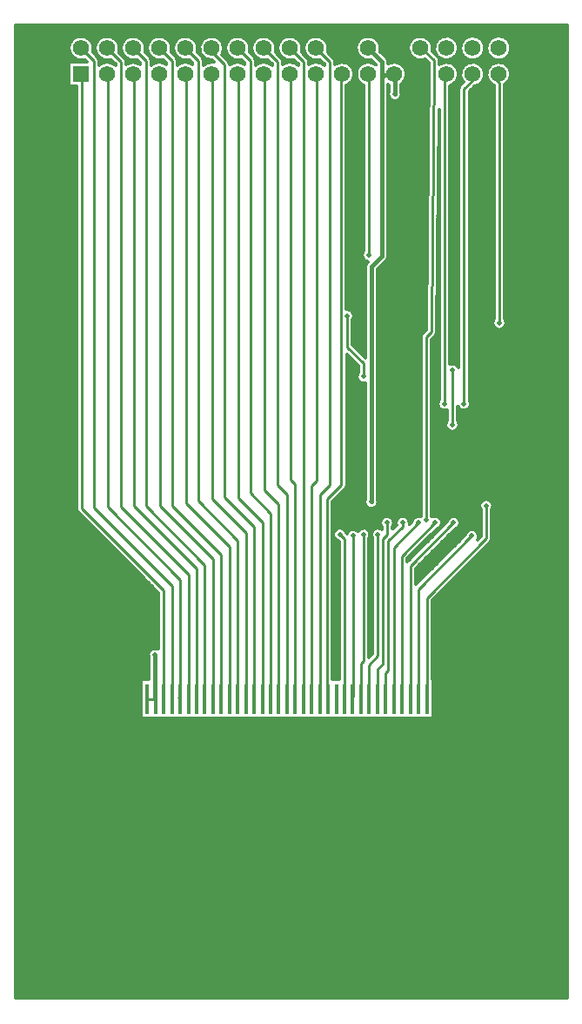
<source format=gtl>
G04 Layer_Physical_Order=1*
G04 Layer_Color=255*
%FSLAX25Y25*%
%MOIN*%
G70*
G01*
G75*
%ADD10C,0.01181*%
%ADD11R,0.01575X0.11811*%
%ADD12C,0.01000*%
%ADD13C,0.01968*%
%ADD14C,0.01500*%
%ADD15C,0.11811*%
%ADD16C,0.06200*%
%ADD17R,0.06200X0.06200*%
%ADD18C,0.01968*%
D10*
X-23538Y365748D02*
G03*
X-23538Y365748I-4691J0D01*
G01*
X-23538Y355748D02*
G03*
X-30091Y351443I-4691J0D01*
G01*
X-25909Y351671D02*
G03*
X-23538Y355748I-2319J4077D01*
G01*
X-33538Y365748D02*
G03*
X-33538Y365748I-4691J0D01*
G01*
X-43538D02*
G03*
X-51991Y362948I-4691J0D01*
G01*
X-51276Y362182D02*
G03*
X-43538Y365748I3048J3565D01*
G01*
Y355748D02*
G03*
X-50923Y359587I-4691J0D01*
G01*
X-37415Y351129D02*
G03*
X-33538Y355748I-813J4620D01*
G01*
D02*
G03*
X-41776Y352680I-4691J0D01*
G01*
X-42976Y351481D02*
G03*
X-43591Y350000I1476J-1481D01*
G01*
X-42978Y351478D02*
G03*
X-43591Y350000I1478J-1478D01*
G01*
X-46909Y351247D02*
G03*
X-43538Y355748I-1319J4501D01*
G01*
X-25425Y260500D02*
G03*
X-25909Y262003I-2575J0D01*
G01*
X-50909Y361000D02*
G03*
X-51276Y362182I-2090J0D01*
G01*
X-50909Y361000D02*
G03*
X-51276Y362182I-2090J0D01*
G01*
X-53673Y364630D02*
G03*
X-53538Y365748I-4555J1118D01*
G01*
D02*
G03*
X-56389Y361433I-4691J0D01*
G01*
X-65659Y351823D02*
G03*
X-63538Y355748I-2569J3924D01*
G01*
D02*
G03*
X-70569Y359813I-4691J0D01*
G01*
Y360409D02*
G03*
X-71254Y362064I-2341J0D01*
G01*
X-70569Y360409D02*
G03*
X-71254Y362064I-2341J0D01*
G01*
X-70341Y349073D02*
G03*
X-70569Y348179I2341J-1073D01*
G01*
X-73703Y364513D02*
G03*
X-73538Y365748I-4525J1235D01*
G01*
X-65425Y348000D02*
G03*
X-65659Y349073I-2575J0D01*
G01*
X-70569Y347821D02*
G03*
X-65425Y348000I2569J179D01*
G01*
X-71254Y284452D02*
G03*
X-70569Y286107I-1655J1655D01*
G01*
X-71254Y284452D02*
G03*
X-70569Y286107I-1655J1655D01*
G01*
X-30091Y262003D02*
G03*
X-25425Y260500I2090J-1503D01*
G01*
X-38925Y229500D02*
G03*
X-39409Y231003I-2575J0D01*
G01*
X-43591Y243408D02*
G03*
X-46909Y244909I-2410J-908D01*
G01*
X-43909Y228592D02*
G03*
X-38925Y229500I2410J908D01*
G01*
X-43425Y221500D02*
G03*
X-43909Y223003I-2575J0D01*
G01*
X-51091Y231003D02*
G03*
X-48091Y227091I2090J-1503D01*
G01*
Y223003D02*
G03*
X-43425Y221500I2090J-1503D01*
G01*
X-30909Y188997D02*
G03*
X-30425Y190500I-2090J1503D01*
G01*
D02*
G03*
X-35091Y188997I-2575J0D01*
G01*
X-35925Y179000D02*
G03*
X-41041Y179415I-2575J0D01*
G01*
X-42925Y184000D02*
G03*
X-48041Y184415I-2575J0D01*
G01*
X-45085Y181459D02*
G03*
X-42925Y184000I-415J2541D01*
G01*
X-31522Y176522D02*
G03*
X-30909Y178000I-1478J1478D01*
G01*
X-31524Y176519D02*
G03*
X-30909Y178000I-1476J1481D01*
G01*
X-36309Y177647D02*
G03*
X-35925Y179000I-2191J1353D01*
G01*
X-52085Y181459D02*
G03*
X-49925Y184000I-415J2541D01*
G01*
D02*
G03*
X-53750Y186251I-2575J0D01*
G01*
X-52524Y255519D02*
G03*
X-51910Y256978I-1476J1481D01*
G01*
X-52522Y255522D02*
G03*
X-51910Y256978I-1478J1478D01*
G01*
X-57476Y256481D02*
G03*
X-58091Y255000I1476J-1481D01*
G01*
X-57478Y256478D02*
G03*
X-58091Y255000I1478J-1478D01*
G01*
X-58143Y186428D02*
G03*
X-61541Y184415I-857J-2428D01*
G01*
X-62425Y184006D02*
G03*
X-67438Y183177I-2575J0D01*
G01*
X-62480Y183476D02*
G03*
X-62425Y184006I-2520J530D01*
G01*
X-68910Y182497D02*
G03*
X-68425Y184000I-2090J1503D01*
G01*
D02*
G03*
X-73090Y182497I-2575J0D01*
G01*
X-74425Y192000D02*
G03*
X-74660Y193073I-2575J0D01*
G01*
X-73090Y181655D02*
G03*
X-76591Y177997I-1409J-2155D01*
G01*
X-77909D02*
G03*
X-77425Y179500I-2090J1503D01*
G01*
X-93786Y364243D02*
G03*
X-93538Y365748I-4442J1506D01*
G01*
X-103786Y364243D02*
G03*
X-103538Y365748I-4442J1506D01*
G01*
X-73538D02*
G03*
X-77025Y361215I-4691J0D01*
G01*
X-90909Y360500D02*
G03*
X-91524Y361981I-2090J0D01*
G01*
X-90909Y360500D02*
G03*
X-91522Y361978I-2090J0D01*
G01*
X-93538Y365748D02*
G03*
X-96752Y361296I-4691J0D01*
G01*
X-100909Y360500D02*
G03*
X-101524Y361981I-2090J0D01*
G01*
X-110909Y360500D02*
G03*
X-111524Y361981I-2090J0D01*
G01*
X-100909Y360500D02*
G03*
X-101522Y361978I-2090J0D01*
G01*
X-110909Y360500D02*
G03*
X-111522Y361978I-2090J0D01*
G01*
X-103538Y365748D02*
G03*
X-106752Y361296I-4691J0D01*
G01*
X-113786Y364243D02*
G03*
X-113538Y365748I-4442J1506D01*
G01*
D02*
G03*
X-116752Y361296I-4691J0D01*
G01*
X-121309Y360900D02*
G03*
X-121924Y362381I-2090J0D01*
G01*
X-121309Y360900D02*
G03*
X-121922Y362378I-2090J0D01*
G01*
X-123786Y364243D02*
G03*
X-123538Y365748I-4442J1506D01*
G01*
D02*
G03*
X-126752Y361296I-4691J0D01*
G01*
X-134272Y363229D02*
G03*
X-133538Y365748I-3956J2520D01*
G01*
D02*
G03*
X-138019Y361062I-4691J0D01*
G01*
X-75250Y359371D02*
G03*
X-80090Y351443I-2979J-3623D01*
G01*
X-86646Y351332D02*
G03*
X-83538Y355748I-1582J4416D01*
G01*
X-80090Y288003D02*
G03*
X-78373Y283952I2090J-1503D01*
G01*
X-78655Y283671D02*
G03*
X-79340Y282016I1655J-1655D01*
G01*
X-78655Y283671D02*
G03*
X-79340Y282016I1655J-1655D01*
G01*
X-84162Y261750D02*
G03*
X-83678Y263253I-2090J1503D01*
G01*
X-83538Y355748D02*
G03*
X-90909Y359597I-4691J0D01*
G01*
X-95091Y359234D02*
G03*
X-100909Y359597I-3138J-3486D01*
G01*
X-105091Y359234D02*
G03*
X-110909Y359597I-3138J-3486D01*
G01*
X-131309Y359400D02*
G03*
X-131924Y360881I-2090J0D01*
G01*
X-131309Y359400D02*
G03*
X-131922Y360878I-2090J0D01*
G01*
X-125491Y359557D02*
G03*
X-131309Y359285I-2738J-3809D01*
G01*
X-115091Y359234D02*
G03*
X-121309Y359285I-3138J-3486D01*
G01*
X-83678Y263253D02*
G03*
X-86646Y265797I-2575J0D01*
G01*
X-141309Y360900D02*
G03*
X-141924Y362381I-2090J0D01*
G01*
X-141309Y360900D02*
G03*
X-141922Y362378I-2090J0D01*
G01*
X-143786Y364243D02*
G03*
X-143538Y365748I-4442J1506D01*
G01*
D02*
G03*
X-146752Y361296I-4691J0D01*
G01*
X-151309Y360900D02*
G03*
X-151924Y362381I-2090J0D01*
G01*
X-151309Y360900D02*
G03*
X-151922Y362378I-2090J0D01*
G01*
X-153786Y364243D02*
G03*
X-153538Y365748I-4442J1506D01*
G01*
X-163786Y364243D02*
G03*
X-163538Y365748I-4442J1506D01*
G01*
X-153538D02*
G03*
X-156752Y361296I-4691J0D01*
G01*
X-161309Y360900D02*
G03*
X-161924Y362381I-2090J0D01*
G01*
X-161309Y360900D02*
G03*
X-161922Y362378I-2090J0D01*
G01*
X-163538Y365748D02*
G03*
X-166752Y361296I-4691J0D01*
G01*
X-173786Y364243D02*
G03*
X-173538Y365748I-4442J1506D01*
G01*
D02*
G03*
X-176752Y361296I-4691J0D01*
G01*
X-181309Y360900D02*
G03*
X-181922Y362378I-2090J0D01*
G01*
X-170909Y360500D02*
G03*
X-171524Y361981I-2090J0D01*
G01*
X-170909Y360500D02*
G03*
X-171522Y361978I-2090J0D01*
G01*
X-183786Y364243D02*
G03*
X-183538Y365748I-4442J1506D01*
G01*
D02*
G03*
X-186752Y361296I-4691J0D01*
G01*
X-181309Y360900D02*
G03*
X-181924Y362381I-2090J0D01*
G01*
X-137303Y360346D02*
G03*
X-141309Y359285I-926J-4598D01*
G01*
X-165491Y359557D02*
G03*
X-170909Y359597I-2738J-3809D01*
G01*
X-145491Y359557D02*
G03*
X-151309Y359285I-2738J-3809D01*
G01*
X-155491Y359557D02*
G03*
X-161309Y359285I-2738J-3809D01*
G01*
X-175091Y359234D02*
G03*
X-181309Y359285I-3138J-3486D01*
G01*
X-82091Y241503D02*
G03*
X-79340Y237511I2090J-1503D01*
G01*
Y193073D02*
G03*
X-74425Y192000I2341J-1073D01*
G01*
X-77425Y179500D02*
G03*
X-82199Y180840I-2575J0D01*
G01*
X-82199D02*
G03*
X-86421Y179877I-1801J-1840D01*
G01*
X-87009Y197035D02*
G03*
X-86394Y198516I-1476J1481D01*
G01*
X-87006Y197037D02*
G03*
X-86394Y198516I-1478J1478D01*
G01*
X-86459Y179915D02*
G03*
X-89415Y176959I-2541J-415D01*
G01*
X-190091Y189500D02*
G03*
X-189478Y188022I2090J0D01*
G01*
X-190091Y189500D02*
G03*
X-189476Y188019I2090J0D01*
G01*
X-158681Y135711D02*
G03*
X-162341Y132427I-1319J-2211D01*
G01*
X-26884Y69000D02*
G03*
X-24925Y71500I-616J2500D01*
G01*
D02*
G03*
X-28116Y69000I-2575J0D01*
G01*
X-32467D02*
G03*
X-30509Y71500I-616J2500D01*
G01*
D02*
G03*
X-33700Y69000I-2575J0D01*
G01*
X-24925Y66500D02*
G03*
X-26884Y69000I-2575J0D01*
G01*
X-28116D02*
G03*
X-24925Y66500I616J-2500D01*
G01*
X-30509D02*
G03*
X-32467Y69000I-2575J0D01*
G01*
X-33700D02*
G03*
X-30509Y66500I616J-2500D01*
G01*
X-38051Y69000D02*
G03*
X-36092Y71500I-616J2500D01*
G01*
D02*
G03*
X-39283Y69000I-2575J0D01*
G01*
X-43634D02*
G03*
X-41675Y71500I-616J2500D01*
G01*
X-36092Y66500D02*
G03*
X-38051Y69000I-2575J0D01*
G01*
X-41675Y66500D02*
G03*
X-43634Y69000I-2575J0D01*
G01*
X-39283D02*
G03*
X-36092Y66500I616J-2500D01*
G01*
X-26884Y58500D02*
G03*
X-24925Y61000I-616J2500D01*
G01*
D02*
G03*
X-28116Y58500I-2575J0D01*
G01*
X-32467D02*
G03*
X-30509Y61000I-616J2500D01*
G01*
D02*
G03*
X-33700Y58500I-2575J0D01*
G01*
X-24925Y56000D02*
G03*
X-26884Y58500I-2575J0D01*
G01*
X-30509Y56000D02*
G03*
X-32467Y58500I-2575J0D01*
G01*
X-28116D02*
G03*
X-24925Y56000I616J-2500D01*
G01*
X-33700Y58500D02*
G03*
X-30509Y56000I616J-2500D01*
G01*
X-38051Y58500D02*
G03*
X-36092Y61000I-616J2500D01*
G01*
Y56000D02*
G03*
X-38051Y58500I-2575J0D01*
G01*
X-36092Y61000D02*
G03*
X-39283Y58500I-2575J0D01*
G01*
D02*
G03*
X-36092Y56000I616J-2500D01*
G01*
X-43634Y58500D02*
G03*
X-41675Y61000I-616J2500D01*
G01*
Y56000D02*
G03*
X-43634Y58500I-2575J0D01*
G01*
X-41675Y71500D02*
G03*
X-44866Y69000I-2575J0D01*
G01*
X-49217D02*
G03*
X-47258Y71500I-616J2500D01*
G01*
D02*
G03*
X-50450Y69000I-2575J0D01*
G01*
X-52842Y71500D02*
G03*
X-56033Y69000I-2575J0D01*
G01*
X-54801D02*
G03*
X-52842Y71500I-616J2500D01*
G01*
X-44866Y69000D02*
G03*
X-41675Y66500I616J-2500D01*
G01*
X-47258D02*
G03*
X-49217Y69000I-2575J0D01*
G01*
X-50450D02*
G03*
X-47258Y66500I616J-2500D01*
G01*
X-52842D02*
G03*
X-54801Y69000I-2575J0D01*
G01*
X-56033D02*
G03*
X-52842Y66500I616J-2500D01*
G01*
X-60384Y69000D02*
G03*
X-58425Y71500I-616J2500D01*
G01*
D02*
G03*
X-61616Y69000I-2575J0D01*
G01*
X-58425Y66500D02*
G03*
X-60384Y69000I-2575J0D01*
G01*
X-61616D02*
G03*
X-58425Y66500I616J-2500D01*
G01*
X-41675Y61000D02*
G03*
X-44866Y58500I-2575J0D01*
G01*
X-49217D02*
G03*
X-47258Y61000I-616J2500D01*
G01*
Y56000D02*
G03*
X-49217Y58500I-2575J0D01*
G01*
X-47258Y61000D02*
G03*
X-50450Y58500I-2575J0D01*
G01*
X-52842Y61000D02*
G03*
X-56033Y58500I-2575J0D01*
G01*
X-50450D02*
G03*
X-47258Y56000I616J-2500D01*
G01*
X-54801Y58500D02*
G03*
X-52842Y61000I-616J2500D01*
G01*
Y56000D02*
G03*
X-54801Y58500I-2575J0D01*
G01*
X-56033D02*
G03*
X-52842Y56000I616J-2500D01*
G01*
X-44866Y58500D02*
G03*
X-41675Y56000I616J-2500D01*
G01*
X-60384Y58500D02*
G03*
X-58425Y61000I-616J2500D01*
G01*
D02*
G03*
X-61616Y58500I-2575J0D01*
G01*
X-58425Y56000D02*
G03*
X-60384Y58500I-2575J0D01*
G01*
X-61616D02*
G03*
X-58425Y56000I616J-2500D01*
G01*
X-24961Y369113D02*
X-2090D01*
X-24310Y368326D02*
X-2090D01*
X-24674Y368809D02*
Y374410D01*
X-23893Y367538D02*
X-2090D01*
X-23646Y366751D02*
X-2090D01*
X-23543Y365964D02*
X-2090D01*
X-23887Y367524D02*
Y374410D01*
X-27036Y370285D02*
Y374410D01*
X-26249Y370001D02*
Y374410D01*
X-27824Y370421D02*
Y374410D01*
X-26047Y369901D02*
X-2090D01*
X-25462Y369536D02*
Y374410D01*
X-23739Y364389D02*
X-2090D01*
X-24058Y363601D02*
X-2090D01*
X-23573Y365176D02*
X-2090D01*
X-25373Y362027D02*
X-2090D01*
X-24734Y358877D02*
X-2090D01*
X-24569Y362814D02*
X-2090D01*
X-26935Y361239D02*
X-2090D01*
X-27036Y360285D02*
Y361211D01*
X-27824Y360421D02*
Y361075D01*
X-25462Y359536D02*
Y361960D01*
X-25647Y359664D02*
X-2090D01*
X-26249Y360000D02*
Y361495D01*
X-29399Y370290D02*
Y374410D01*
X-28611Y370423D02*
Y374410D01*
X-30973Y369551D02*
Y374410D01*
X-30186Y370010D02*
Y374410D01*
X-32548Y367576D02*
Y374410D01*
X-31761Y368834D02*
Y374410D01*
X-33543Y365964D02*
X-32914D01*
X-34961Y369113D02*
X-31496D01*
X-34310Y368326D02*
X-32147D01*
X-34910Y369063D02*
Y374410D01*
X-33893Y367538D02*
X-32564D01*
X-33646Y366751D02*
X-32810D01*
X-34123Y368017D02*
Y374410D01*
X-29399Y360290D02*
Y361206D01*
X-28611Y360423D02*
Y361073D01*
X-33573Y365176D02*
X-32884D01*
X-30973Y359551D02*
Y361945D01*
X-30186Y360011D02*
Y361486D01*
X-31761Y358834D02*
Y362662D01*
X-34058Y363601D02*
X-32399D01*
X-34569Y362814D02*
X-31888D01*
X-33739Y364389D02*
X-32718D01*
X-35373Y362027D02*
X-31084D01*
X-34734Y358877D02*
X-31723D01*
X-34910Y359064D02*
Y362433D01*
X-23601Y356515D02*
X-2090D01*
X-23538Y355727D02*
X-2090D01*
X-24164Y358090D02*
X-2090D01*
X-23803Y357302D02*
X-2090D01*
X-23818Y354153D02*
X-2090D01*
X-24188Y353365D02*
X-2090D01*
X-23608Y354940D02*
X-2090D01*
X-25711Y351790D02*
X-2090D01*
X-25909Y351003D02*
X-2090D01*
X-24771Y352578D02*
X-2090D01*
X-25909Y349428D02*
X-2090D01*
X-25909Y348641D02*
X-2090D01*
X-25909Y350216D02*
X-2090D01*
X-25909Y337617D02*
X-2090D01*
X-25909Y336830D02*
X-2090D01*
X-25909Y338405D02*
X-2090D01*
X-25909Y335255D02*
X-2090D01*
X-25909Y334468D02*
X-2090D01*
X-25909Y336042D02*
X-2090D01*
X-25909Y347066D02*
X-2090D01*
X-25909Y346279D02*
X-2090D01*
X-25909Y347853D02*
X-2090D01*
X-25909Y344704D02*
X-2090D01*
X-25909Y339192D02*
X-2090D01*
X-25909Y345491D02*
X-2090D01*
X-23887Y357523D02*
Y363972D01*
X-24674Y358809D02*
Y362687D01*
X-32548Y357576D02*
Y363920D01*
X-33538Y355727D02*
X-32919D01*
X-34164Y358090D02*
X-32293D01*
X-33803Y357302D02*
X-32654D01*
X-34123Y358017D02*
Y363479D01*
X-33608Y354940D02*
X-32849D01*
X-33817Y354153D02*
X-32639D01*
X-33601Y356515D02*
X-32856D01*
X-25909Y343129D02*
X-2090D01*
X-25909Y340767D02*
X-2090D01*
X-25909Y343916D02*
X-2090D01*
X-25462Y260931D02*
Y351960D01*
X-25909Y339979D02*
X-2090D01*
X-25909Y262003D02*
Y351671D01*
X-34771Y352578D02*
X-31685D01*
X-25909Y342342D02*
X-2090D01*
X-34188Y353365D02*
X-32269D01*
X-30091Y262003D02*
Y351443D01*
X-25909Y341554D02*
X-2090D01*
X-30186Y261860D02*
Y351485D01*
X-38060Y370436D02*
Y374410D01*
X-37273Y370340D02*
Y374410D01*
X-39635Y370223D02*
Y374410D01*
X-38847Y370398D02*
Y374410D01*
X-35698Y369697D02*
Y374410D01*
X-36047Y369901D02*
X-30409D01*
X-36485Y370103D02*
Y374410D01*
X-40422Y369894D02*
Y374410D01*
X-46047Y369901D02*
X-40409D01*
X-41210Y369369D02*
Y374410D01*
X-45373Y362027D02*
X-41084D01*
X-41210Y359369D02*
Y362127D01*
X-36935Y361239D02*
X-29521D01*
X-37273Y360340D02*
Y361156D01*
X-38060Y360436D02*
Y361061D01*
X-35698Y359697D02*
Y361799D01*
X-35647Y359664D02*
X-30810D01*
X-36485Y360103D02*
Y361393D01*
X-38847Y360398D02*
Y361099D01*
X-50915Y360452D02*
X-2090D01*
X-46935Y361239D02*
X-39521D01*
X-40422Y359894D02*
Y361602D01*
X-39635Y360223D02*
Y361273D01*
X-45647Y359664D02*
X-40810D01*
X-42784Y366863D02*
Y374410D01*
X-41997Y368541D02*
Y374410D01*
X-43572Y366312D02*
Y374410D01*
X-43543Y365964D02*
X-42914D01*
X-43573Y365176D02*
X-42884D01*
X-42784Y356863D02*
Y364633D01*
X-43572Y356312D02*
Y365184D01*
X-44961Y369113D02*
X-41496D01*
X-44310Y368326D02*
X-42147D01*
X-43893Y367538D02*
X-42564D01*
X-43646Y366751D02*
X-42810D01*
X-41997Y358541D02*
Y362955D01*
X-43803Y357302D02*
X-42654D01*
X-43739Y364389D02*
X-42718D01*
X-43601Y356515D02*
X-42856D01*
X-43608Y354940D02*
X-42849D01*
X-43538Y355727D02*
X-42919D01*
X-44569Y362814D02*
X-41888D01*
X-44734Y358877D02*
X-41723D01*
X-44058Y363601D02*
X-42399D01*
X-44164Y358090D02*
X-42293D01*
X-43817Y354153D02*
X-42639D01*
X-37541Y351003D02*
X-30091D01*
X-38328Y350216D02*
X-30091D01*
X-35711Y351790D02*
X-30746D01*
X-39115Y349428D02*
X-30091D01*
X-39409Y345491D02*
X-30091D01*
X-39409Y349134D02*
X-37415Y351129D01*
X-39409Y348641D02*
X-30091D01*
X-39409Y347853D02*
X-30091D01*
X-39409Y346279D02*
X-30091D01*
X-39409Y344704D02*
X-30091D01*
X-39409Y347066D02*
X-30091D01*
X-39409Y338405D02*
X-30091D01*
X-39409Y337617D02*
X-30091D01*
X-39409Y339192D02*
X-30091D01*
X-39409Y336042D02*
X-30091D01*
X-39409Y335255D02*
X-30091D01*
X-39409Y336830D02*
X-30091D01*
X-39409Y343129D02*
X-30091D01*
X-39409Y342342D02*
X-30091D01*
X-39409Y343916D02*
X-30091D01*
X-39409Y340767D02*
X-30091D01*
X-39409Y339979D02*
X-30091D01*
X-39409Y341554D02*
X-30091D01*
X-41997Y352460D02*
Y352955D01*
X-42976Y351481D02*
X-41776Y352680D01*
X-42784Y351672D02*
Y354633D01*
X-43572Y350279D02*
Y355184D01*
X-44188Y353365D02*
X-42269D01*
X-44771Y352578D02*
X-41879D01*
X-45711Y351790D02*
X-42666D01*
X-46909Y351003D02*
X-43334D01*
X-46909Y350216D02*
X-43579D01*
X-46909Y338405D02*
X-43591D01*
X-46909Y336830D02*
X-43591D01*
X-46909Y339192D02*
X-43591D01*
X-46909Y335255D02*
X-43591D01*
X-46909Y334468D02*
X-43591D01*
X-46909Y336042D02*
X-43591D01*
X-46909Y346279D02*
X-43591D01*
X-46909Y345491D02*
X-43591D01*
X-46909Y347066D02*
X-43591D01*
X-46909Y340767D02*
X-43591D01*
X-46909Y339979D02*
X-43591D01*
X-46909Y341554D02*
X-43591D01*
X-25909Y327381D02*
X-2090D01*
X-25909Y326594D02*
X-2090D01*
X-25909Y328956D02*
X-2090D01*
X-25909Y328168D02*
X-2090D01*
X-25909Y325019D02*
X-2090D01*
X-25909Y324231D02*
X-2090D01*
X-25909Y325806D02*
X-2090D01*
X-25909Y332893D02*
X-2090D01*
X-25909Y332105D02*
X-2090D01*
X-25909Y333680D02*
X-2090D01*
X-25909Y330531D02*
X-2090D01*
X-25909Y329743D02*
X-2090D01*
X-25909Y331318D02*
X-2090D01*
X-25909Y317932D02*
X-2090D01*
X-25909Y317145D02*
X-2090D01*
X-25909Y318720D02*
X-2090D01*
X-25909Y315570D02*
X-2090D01*
X-25909Y305334D02*
X-2090D01*
X-25909Y316357D02*
X-2090D01*
X-25909Y322657D02*
X-2090D01*
X-25909Y321869D02*
X-2090D01*
X-25909Y323444D02*
X-2090D01*
X-25909Y320294D02*
X-2090D01*
X-25909Y319507D02*
X-2090D01*
X-25909Y321082D02*
X-2090D01*
X-25909Y313208D02*
X-2090D01*
X-25909Y312420D02*
X-2090D01*
X-25909Y314783D02*
X-2090D01*
X-25909Y313995D02*
X-2090D01*
X-25909Y309271D02*
X-2090D01*
X-25909Y308483D02*
X-2090D01*
X-25909Y311633D02*
X-2090D01*
X-39409Y318720D02*
X-30091D01*
X-39409Y317932D02*
X-30091D01*
X-39409Y319507D02*
X-30091D01*
X-25909Y310846D02*
X-2090D01*
X-25909Y310058D02*
X-2090D01*
X-39409Y313208D02*
X-30091D01*
X-25909Y301397D02*
X-2090D01*
X-25909Y300609D02*
X-2090D01*
X-25909Y302184D02*
X-2090D01*
X-25909Y299035D02*
X-2090D01*
X-25909Y298247D02*
X-2090D01*
X-25909Y299822D02*
X-2090D01*
X-25909Y306909D02*
X-2090D01*
X-25909Y306121D02*
X-2090D01*
X-25909Y307696D02*
X-2090D01*
X-25909Y303759D02*
X-2090D01*
X-25909Y302972D02*
X-2090D01*
X-25909Y304546D02*
X-2090D01*
X-25909Y291161D02*
X-2090D01*
X-25909Y290373D02*
X-2090D01*
X-25909Y292735D02*
X-2090D01*
X-25909Y291948D02*
X-2090D01*
X-25909Y288798D02*
X-2090D01*
X-25909Y288011D02*
X-2090D01*
X-25909Y289586D02*
X-2090D01*
X-25909Y296672D02*
X-2090D01*
X-25909Y295885D02*
X-2090D01*
X-25909Y297460D02*
X-2090D01*
X-25909Y294310D02*
X-2090D01*
X-25909Y293523D02*
X-2090D01*
X-25909Y295098D02*
X-2090D01*
X-25909Y281712D02*
X-2090D01*
X-25909Y280924D02*
X-2090D01*
X-25909Y282499D02*
X-2090D01*
X-25909Y279350D02*
X-2090D01*
X-25909Y278562D02*
X-2090D01*
X-25909Y280137D02*
X-2090D01*
X-25909Y286436D02*
X-2090D01*
X-25909Y285649D02*
X-2090D01*
X-25909Y287224D02*
X-2090D01*
X-25909Y284074D02*
X-2090D01*
X-25909Y283287D02*
X-2090D01*
X-25909Y284861D02*
X-2090D01*
X-25909Y272263D02*
X-2090D01*
X-25909Y271476D02*
X-2090D01*
X-25909Y273050D02*
X-2090D01*
X-25909Y269901D02*
X-2090D01*
X-25909Y269113D02*
X-2090D01*
X-25909Y270688D02*
X-2090D01*
X-25909Y276987D02*
X-2090D01*
X-25909Y276200D02*
X-2090D01*
X-25909Y277775D02*
X-2090D01*
X-25909Y274625D02*
X-2090D01*
X-25909Y273838D02*
X-2090D01*
X-25909Y275413D02*
X-2090D01*
X-25909Y262814D02*
X-2090D01*
X-25909Y262027D02*
X-2090D01*
X-25909Y263602D02*
X-2090D01*
X-25534Y261239D02*
X-2090D01*
X-25426Y260452D02*
X-2090D01*
X-25909Y267539D02*
X-2090D01*
X-25909Y266751D02*
X-2090D01*
X-25909Y268326D02*
X-2090D01*
X-25909Y265176D02*
X-2090D01*
X-25909Y264389D02*
X-2090D01*
X-25909Y265964D02*
X-2090D01*
X-39409Y328168D02*
X-30091D01*
X-39409Y327381D02*
X-30091D01*
X-39409Y329743D02*
X-30091D01*
X-39409Y328956D02*
X-30091D01*
X-39409Y325806D02*
X-30091D01*
X-39409Y325019D02*
X-30091D01*
X-39409Y326594D02*
X-30091D01*
X-39409Y333680D02*
X-30091D01*
X-39409Y332893D02*
X-30091D01*
X-39409Y334468D02*
X-30091D01*
X-39409Y331318D02*
X-30091D01*
X-39409Y330531D02*
X-30091D01*
X-39409Y332105D02*
X-30091D01*
X-39409Y316357D02*
X-30091D01*
X-39409Y315570D02*
X-30091D01*
X-39409Y317145D02*
X-30091D01*
X-39409Y313995D02*
X-30091D01*
X-39409Y300609D02*
X-30091D01*
X-39409Y314783D02*
X-30091D01*
X-39409Y323444D02*
X-30091D01*
X-39409Y322657D02*
X-30091D01*
X-39409Y324231D02*
X-30091D01*
X-39409Y321082D02*
X-30091D01*
X-39409Y320294D02*
X-30091D01*
X-39409Y321869D02*
X-30091D01*
X-39409Y308483D02*
X-30091D01*
X-39409Y307696D02*
X-30091D01*
X-39409Y310058D02*
X-30091D01*
X-39409Y309271D02*
X-30091D01*
X-39409Y306121D02*
X-30091D01*
X-39409Y305334D02*
X-30091D01*
X-39409Y306909D02*
X-30091D01*
X-46909Y328168D02*
X-43591D01*
X-46909Y327381D02*
X-43591D01*
X-46909Y333680D02*
X-43591D01*
X-39409Y311633D02*
X-30091D01*
X-39409Y310846D02*
X-30091D01*
X-39409Y312420D02*
X-30091D01*
X-39409Y298247D02*
X-30091D01*
X-39409Y297460D02*
X-30091D01*
X-39409Y299035D02*
X-30091D01*
X-39409Y295885D02*
X-30091D01*
X-39409Y295098D02*
X-30091D01*
X-39409Y296672D02*
X-30091D01*
X-39409Y303759D02*
X-30091D01*
X-39409Y302972D02*
X-30091D01*
X-39409Y304546D02*
X-30091D01*
X-39409Y301397D02*
X-30091D01*
X-39409Y299822D02*
X-30091D01*
X-39409Y302184D02*
X-30091D01*
X-39409Y288011D02*
X-30091D01*
X-39409Y287224D02*
X-30091D01*
X-39409Y289586D02*
X-30091D01*
X-39409Y288798D02*
X-30091D01*
X-39409Y285649D02*
X-30091D01*
X-39409Y284861D02*
X-30091D01*
X-39409Y286436D02*
X-30091D01*
X-39409Y293523D02*
X-30091D01*
X-39409Y292735D02*
X-30091D01*
X-39409Y294310D02*
X-30091D01*
X-39409Y291161D02*
X-30091D01*
X-39409Y290373D02*
X-30091D01*
X-39409Y291948D02*
X-30091D01*
X-39409Y278562D02*
X-30091D01*
X-39409Y277775D02*
X-30091D01*
X-39409Y279350D02*
X-30091D01*
X-39409Y276200D02*
X-30091D01*
X-39409Y275413D02*
X-30091D01*
X-39409Y276987D02*
X-30091D01*
X-39409Y283287D02*
X-30091D01*
X-39409Y282499D02*
X-30091D01*
X-39409Y284074D02*
X-30091D01*
X-39409Y280924D02*
X-30091D01*
X-39409Y280137D02*
X-30091D01*
X-39409Y281712D02*
X-30091D01*
X-39409Y273838D02*
X-30091D01*
X-39409Y273050D02*
X-30091D01*
X-39409Y274625D02*
X-30091D01*
X-39409Y271476D02*
X-30091D01*
X-39409Y270688D02*
X-30091D01*
X-39409Y272263D02*
X-30091D01*
X-39409Y269113D02*
X-30091D01*
X-39409Y268326D02*
X-30091D01*
X-39409Y269901D02*
X-30091D01*
X-39409Y267539D02*
X-30091D01*
X-39409Y266751D02*
X-30091D01*
X-46909D02*
X-43591D01*
X-39409Y265176D02*
X-30091D01*
X-39409Y264389D02*
X-30091D01*
X-39409Y265964D02*
X-30091D01*
X-39409Y263602D02*
X-30091D01*
X-39409Y262027D02*
X-30091D01*
X-39409Y261239D02*
X-30466D01*
X-46909Y264389D02*
X-43591D01*
X-46909Y263602D02*
X-43591D01*
X-46909Y265964D02*
X-43591D01*
X-39409Y262814D02*
X-30091D01*
X-39409Y260452D02*
X-30574D01*
X-46909Y262814D02*
X-43591D01*
X-47509Y370383D02*
Y374410D01*
X-46721Y370190D02*
Y374410D01*
X-49084Y370360D02*
Y374410D01*
X-48296Y370438D02*
Y374410D01*
X-45147Y369284D02*
Y374410D01*
X-44359Y368400D02*
Y374410D01*
X-45934Y369839D02*
Y374410D01*
X-49871Y370142D02*
Y374410D01*
X-56047Y369901D02*
X-50410D01*
X-50658Y369760D02*
Y374410D01*
X-51446Y369161D02*
Y374410D01*
X-54961Y369113D02*
X-51496D01*
X-53673Y364630D02*
X-51991Y362948D01*
X-47509Y360383D02*
Y361113D01*
X-48296Y360438D02*
Y361058D01*
X-49084Y360360D02*
Y361136D01*
X-45147Y359284D02*
Y362212D01*
X-45934Y359839D02*
Y361657D01*
X-46721Y360190D02*
Y361306D01*
X-50923Y361239D02*
X-49521D01*
X-50658Y359760D02*
Y361736D01*
X-49871Y360141D02*
Y361354D01*
X-50923Y359587D02*
X-50910Y360976D01*
X-55383Y369477D02*
Y374410D01*
X-54595Y368715D02*
Y374410D01*
X-56958Y370263D02*
Y374410D01*
X-56170Y369963D02*
Y374410D01*
X-53021Y363977D02*
Y374410D01*
X-52233Y368190D02*
Y374410D01*
X-53808Y367317D02*
Y374410D01*
X-58532Y370429D02*
Y374410D01*
X-57745Y370414D02*
Y374410D01*
X-60895Y369607D02*
Y374410D01*
X-62469Y367752D02*
Y374410D01*
X-61682Y368922D02*
Y374410D01*
X-65619Y359646D02*
Y374410D01*
X-53893Y367538D02*
X-52564D01*
X-53646Y366751D02*
X-52810D01*
X-53543Y365964D02*
X-52914D01*
X-53573Y365176D02*
X-52884D01*
X-53432Y364389D02*
X-52718D01*
X-59320Y370310D02*
Y374410D01*
X-54310Y368326D02*
X-52147D01*
X-60107Y370046D02*
Y374410D01*
X-56389Y361433D02*
X-55099Y360142D01*
X-56935Y361239D02*
X-56196D01*
X-46909Y332893D02*
X-43591D01*
X-46909Y332105D02*
X-43591D01*
X-46909Y342342D02*
X-43591D01*
X-46909Y337617D02*
X-43591D01*
X-46909Y330531D02*
X-43591D01*
X-46909Y329743D02*
X-43591D01*
X-46909Y331318D02*
X-43591D01*
X-46909Y348641D02*
X-43591D01*
X-46909Y347853D02*
X-43591D01*
X-46909Y349428D02*
X-43591D01*
X-46909Y343916D02*
X-43591D01*
X-46909Y343129D02*
X-43591D01*
X-46909Y344704D02*
X-43591D01*
X-46909Y316357D02*
X-43591D01*
X-46909Y315570D02*
X-43591D01*
X-46909Y317145D02*
X-43591D01*
X-46909Y313995D02*
X-43591D01*
X-46909Y313208D02*
X-43591D01*
X-46909Y314783D02*
X-43591D01*
X-46909Y326594D02*
X-43591D01*
X-46909Y325806D02*
X-43591D01*
X-46909Y328956D02*
X-43591D01*
X-46909Y318720D02*
X-43591D01*
X-46909Y317932D02*
X-43591D01*
X-46909Y319507D02*
X-43591D01*
X-44359Y358400D02*
Y363096D01*
X-63803Y357302D02*
X-55126D01*
X-63601Y356515D02*
X-55134D01*
X-63538Y355727D02*
X-55141D01*
X-63608Y354940D02*
X-55149D01*
X-55383Y330615D02*
Y360426D01*
X-64734Y358877D02*
X-55111D01*
X-64164Y358090D02*
X-55119D01*
X-64832Y358983D02*
Y374410D01*
X-63818Y354153D02*
X-55156D01*
X-64188Y353365D02*
X-55164D01*
X-64044Y357868D02*
Y374410D01*
X-46909Y324231D02*
X-43591D01*
X-46909Y323444D02*
X-43591D01*
X-46909Y325019D02*
X-43591D01*
X-46909Y321082D02*
X-43591D01*
X-46909Y320294D02*
X-43591D01*
X-46909Y322657D02*
X-43591D01*
X-64771Y352578D02*
X-55172D01*
X-65506Y348641D02*
X-55209D01*
X-65619Y348980D02*
Y351850D01*
X-65429Y347853D02*
X-55217D01*
X-46909Y321869D02*
X-43591D01*
X-65601Y347066D02*
X-55225D01*
X-73573Y365176D02*
X-62884D01*
X-72791Y363601D02*
X-62399D01*
X-67981Y360432D02*
Y374410D01*
X-73543Y365964D02*
X-62914D01*
X-67194Y360323D02*
Y374410D01*
X-66406Y360070D02*
Y374410D01*
X-68769Y360407D02*
Y374410D01*
X-76047Y369901D02*
X-60409D01*
X-74961Y369113D02*
X-61496D01*
X-74310Y368326D02*
X-62147D01*
X-73893Y367538D02*
X-62564D01*
X-73579Y364389D02*
X-62718D01*
X-73646Y366751D02*
X-62810D01*
X-65647Y359664D02*
X-55103D01*
X-65659Y351003D02*
X-55187D01*
X-65659Y350216D02*
X-55194D01*
X-65659Y349428D02*
X-55202D01*
X-65659Y349073D02*
Y351823D01*
X-71217Y362027D02*
X-61084D01*
X-70721Y361239D02*
X-59521D01*
X-72004Y362814D02*
X-61888D01*
X-70569Y360452D02*
X-55408D01*
X-65659Y351790D02*
X-55179D01*
X-72706Y363516D02*
Y374410D01*
X-71918Y362728D02*
Y374410D01*
X-74280Y368281D02*
Y374410D01*
X-73493Y364303D02*
Y374410D01*
X-70343Y359935D02*
Y374410D01*
X-69556Y360247D02*
Y374410D01*
X-71131Y361931D02*
Y374410D01*
X-78217Y370439D02*
Y374410D01*
X-77430Y370370D02*
Y374410D01*
X-79005Y370374D02*
Y374410D01*
X-75855Y369794D02*
Y374410D01*
X-75068Y369214D02*
Y374410D01*
X-76643Y370162D02*
Y374410D01*
X-70569Y359813D02*
Y360409D01*
X-70341Y349073D02*
Y351560D01*
X-70343Y349067D02*
Y351561D01*
X-73703Y364513D02*
X-71254Y362064D01*
X-78217Y360439D02*
Y361057D01*
X-77025Y361215D02*
X-75250Y359440D01*
X-76643Y360162D02*
Y360833D01*
X-77430Y360370D02*
Y361126D01*
X-66085Y346279D02*
X-55232D01*
X-67421Y345491D02*
X-55240D01*
X-70569Y344704D02*
X-55247D01*
X-70569Y343916D02*
X-55255D01*
X-70569Y343129D02*
X-55263D01*
X-70569Y342342D02*
X-55270D01*
X-70569Y341554D02*
X-55278D01*
X-70569Y340767D02*
X-55285D01*
X-70569Y339979D02*
X-55293D01*
X-70569Y339192D02*
X-55300D01*
X-70569Y338405D02*
X-55308D01*
X-70569Y337617D02*
X-55316D01*
X-70569Y336830D02*
X-55323D01*
X-70569Y331318D02*
X-55376D01*
X-70569Y330531D02*
X-55384D01*
X-70569Y329743D02*
X-55391D01*
X-70569Y328956D02*
X-55399D01*
X-70569Y328168D02*
X-55406D01*
X-70569Y327381D02*
X-55414D01*
X-70569Y336042D02*
X-55331D01*
X-70569Y335255D02*
X-55338D01*
X-70569Y334468D02*
X-55346D01*
X-70569Y333680D02*
X-55353D01*
X-70569Y332893D02*
X-55361D01*
X-70569Y332105D02*
X-55369D01*
X-70569Y346279D02*
X-69915D01*
X-70569Y348179D02*
Y351683D01*
Y345491D02*
X-68579D01*
X-70569Y286107D02*
Y347821D01*
Y326594D02*
X-55422D01*
X-70569Y325806D02*
X-55429D01*
X-70569Y325019D02*
X-55437D01*
X-70569Y324231D02*
X-55444D01*
X-70569Y323444D02*
X-55452D01*
X-70569Y322657D02*
X-55459D01*
X-70569Y317145D02*
X-55512D01*
X-70569Y316357D02*
X-55520D01*
X-70569Y315570D02*
X-55528D01*
X-70569Y314783D02*
X-55535D01*
X-70569Y313995D02*
X-55543D01*
X-70569Y313208D02*
X-55550D01*
X-70569Y321869D02*
X-55467D01*
X-70569Y321082D02*
X-55475D01*
X-70569Y320294D02*
X-55482D01*
X-70569Y319507D02*
X-55490D01*
X-70569Y318720D02*
X-55497D01*
X-70569Y317932D02*
X-55505D01*
X-46909Y306121D02*
X-43591D01*
X-46909Y305334D02*
X-43591D01*
X-46909Y307696D02*
X-43591D01*
X-46909Y306909D02*
X-43591D01*
X-46909Y303759D02*
X-43591D01*
X-46909Y302972D02*
X-43591D01*
X-46909Y304546D02*
X-43591D01*
X-46909Y311633D02*
X-43591D01*
X-46909Y310846D02*
X-43591D01*
X-46909Y312420D02*
X-43591D01*
X-46909Y309271D02*
X-43591D01*
X-46909Y308483D02*
X-43591D01*
X-46909Y310058D02*
X-43591D01*
X-46909Y296672D02*
X-43591D01*
X-46909Y295098D02*
X-43591D01*
X-46909Y297460D02*
X-43591D01*
X-46909Y293523D02*
X-43591D01*
X-46909Y292735D02*
X-43591D01*
X-46909Y294310D02*
X-43591D01*
X-46909Y301397D02*
X-43591D01*
X-46909Y300609D02*
X-43591D01*
X-46909Y302184D02*
X-43591D01*
X-46909Y299035D02*
X-43591D01*
X-46909Y298247D02*
X-43591D01*
X-46909Y299822D02*
X-43591D01*
X-51407Y309271D02*
X-51091D01*
X-51414Y308483D02*
X-51091D01*
X-51392Y310846D02*
X-51091D01*
X-51399Y310058D02*
X-51091D01*
X-51429Y306909D02*
X-51091D01*
X-51437Y306121D02*
X-51091D01*
X-51422Y307696D02*
X-51091D01*
X-51452Y304546D02*
X-51091D01*
X-51460Y303759D02*
X-51091D01*
X-51445Y305334D02*
X-51091D01*
X-51475Y302184D02*
X-51091D01*
X-51482Y301397D02*
X-51091D01*
X-51467Y302972D02*
X-51091D01*
X-51498Y299822D02*
X-51091D01*
X-51505Y299035D02*
X-51091D01*
X-51490Y300609D02*
X-51091D01*
X-51520Y297460D02*
X-51091D01*
X-46909Y295885D02*
X-43591D01*
X-51513Y298247D02*
X-51091D01*
X-51535Y295885D02*
X-51091D01*
X-51543Y295098D02*
X-51091D01*
X-51528Y296672D02*
X-51091D01*
X-51558Y293523D02*
X-51091D01*
X-51566Y292735D02*
X-51091D01*
X-51551Y294310D02*
X-51091D01*
X-46909Y285649D02*
X-43591D01*
X-46909Y284861D02*
X-43591D01*
X-46909Y287224D02*
X-43591D01*
X-46909Y286436D02*
X-43591D01*
X-46909Y283287D02*
X-43591D01*
X-46909Y282499D02*
X-43591D01*
X-46909Y284074D02*
X-43591D01*
X-46909Y291161D02*
X-43591D01*
X-46909Y290373D02*
X-43591D01*
X-46909Y291948D02*
X-43591D01*
X-46909Y288798D02*
X-43591D01*
X-46909Y288011D02*
X-43591D01*
X-46909Y289586D02*
X-43591D01*
X-46909Y269901D02*
X-43591D01*
X-46909Y269113D02*
X-43591D01*
X-46909Y270688D02*
X-43591D01*
X-46909Y261239D02*
X-43591D01*
X-46909Y260452D02*
X-43591D01*
X-46909Y268326D02*
X-43591D01*
X-46909Y280924D02*
X-43591D01*
X-46909Y280137D02*
X-43591D01*
X-46909Y281712D02*
X-43591D01*
X-46909Y278562D02*
X-43591D01*
X-46909Y271476D02*
X-43591D01*
X-46909Y279350D02*
X-43591D01*
X-51581Y291161D02*
X-51091D01*
X-51588Y290373D02*
X-51091D01*
X-51573Y291948D02*
X-51091D01*
X-51604Y288798D02*
X-51091D01*
X-51611Y288011D02*
X-51091D01*
X-51596Y289586D02*
X-51091D01*
X-51626Y286436D02*
X-51091D01*
X-51634Y285649D02*
X-51091D01*
X-51619Y287224D02*
X-51091D01*
X-51649Y284074D02*
X-51091D01*
X-51657Y283287D02*
X-51091D01*
X-51641Y284861D02*
X-51091D01*
X-46909Y273050D02*
X-43591D01*
X-46909Y272263D02*
X-43591D01*
X-46909Y273838D02*
X-43591D01*
X-46909Y265176D02*
X-43591D01*
X-46909Y262027D02*
X-43591D01*
X-46909Y267539D02*
X-43591D01*
X-46909Y277775D02*
X-43591D01*
X-46909Y276987D02*
X-43591D01*
X-51664Y282499D02*
X-51091D01*
X-46909Y275413D02*
X-43591D01*
X-46909Y274625D02*
X-43591D01*
X-46909Y276200D02*
X-43591D01*
X-70569Y307696D02*
X-55603D01*
X-70569Y306909D02*
X-55611D01*
X-70569Y306121D02*
X-55618D01*
X-70569Y305334D02*
X-55626D01*
X-70569Y304546D02*
X-55633D01*
X-70569Y303759D02*
X-55641D01*
X-70569Y302972D02*
X-55649D01*
X-70569Y312420D02*
X-55558D01*
X-70569Y311633D02*
X-55565D01*
X-70569Y310846D02*
X-55573D01*
X-70569Y310058D02*
X-55581D01*
X-70569Y309271D02*
X-55588D01*
X-70569Y308483D02*
X-55596D01*
X-70569Y302184D02*
X-55656D01*
X-70569Y300609D02*
X-55671D01*
X-70569Y299822D02*
X-55679D01*
X-51672Y281712D02*
X-51091D01*
X-51679Y280924D02*
X-51091D01*
X-70569Y299035D02*
X-55686D01*
X-70569Y301397D02*
X-55664D01*
X-70569Y298247D02*
X-55694D01*
X-70569Y297460D02*
X-55702D01*
X-70569Y296672D02*
X-55709D01*
X-70569Y295885D02*
X-55717D01*
X-70569Y295098D02*
X-55724D01*
X-70569Y294310D02*
X-55732D01*
X-70569Y293523D02*
X-55739D01*
X-70569Y292735D02*
X-55747D01*
X-70569Y291948D02*
X-55755D01*
X-70569Y291161D02*
X-55762D01*
X-70569Y290373D02*
X-55770D01*
X-70569Y289586D02*
X-55777D01*
X-70569Y288798D02*
X-55785D01*
X-70569Y288011D02*
X-55792D01*
X-70569Y287224D02*
X-55800D01*
X-70569Y286436D02*
X-55808D01*
X-70614Y285649D02*
X-55815D01*
X-70927Y284861D02*
X-55823D01*
X-71632Y284074D02*
X-55830D01*
X-72419Y283287D02*
X-55838D01*
X-73207Y282499D02*
X-55845D01*
X-78655Y283671D02*
X-78373Y283952D01*
X-73994Y281712D02*
X-55853D01*
X-79005Y283224D02*
Y284129D01*
X-74660Y280924D02*
X-55861D01*
X-74660Y280137D02*
X-55868D01*
X-74660Y281046D02*
X-71254Y284452D01*
X-51702Y278562D02*
X-51091D01*
X-51710Y277775D02*
X-51091D01*
X-51687Y280137D02*
X-51091D01*
X-51694Y279350D02*
X-51091D01*
X-51725Y276200D02*
X-51091D01*
X-51732Y275413D02*
X-51091D01*
X-51717Y276987D02*
X-51091D01*
X-51748Y273838D02*
X-51091D01*
X-51755Y273050D02*
X-51091D01*
X-51740Y274625D02*
X-51091D01*
X-51770Y271476D02*
X-51091D01*
X-51778Y270688D02*
X-51091D01*
X-51763Y272263D02*
X-51091D01*
X-51793Y269113D02*
X-51091D01*
X-51801Y268326D02*
X-51091D01*
X-51785Y269901D02*
X-51091D01*
X-51816Y266751D02*
X-51091D01*
X-51823Y265964D02*
X-51091D01*
X-51808Y267539D02*
X-51091D01*
X-51838Y264389D02*
X-51091D01*
X-51846Y263602D02*
X-51091D01*
X-51831Y265176D02*
X-51091D01*
X-51861Y262027D02*
X-51091D01*
X-51869Y261239D02*
X-51091D01*
X-51853Y262814D02*
X-51091D01*
X-74660Y274625D02*
X-55921D01*
X-74660Y273838D02*
X-55929D01*
X-74660Y273050D02*
X-55936D01*
X-74660Y272263D02*
X-55944D01*
X-74660Y271476D02*
X-55951D01*
X-74660Y270688D02*
X-55959D01*
X-74660Y279350D02*
X-55876D01*
X-74660Y278562D02*
X-55883D01*
X-74660Y277775D02*
X-55891D01*
X-74660Y276987D02*
X-55898D01*
X-74660Y276200D02*
X-55906D01*
X-74660Y275413D02*
X-55914D01*
X-74660Y265176D02*
X-56012D01*
X-74660Y264389D02*
X-56020D01*
X-74660Y263602D02*
X-56027D01*
X-74660Y262814D02*
X-56035D01*
X-74660Y262027D02*
X-56042D01*
X-74660Y261239D02*
X-56050D01*
X-74660Y269901D02*
X-55967D01*
X-74660Y269113D02*
X-55974D01*
X-74660Y268326D02*
X-55982D01*
X-74660Y267539D02*
X-55989D01*
X-74660Y266751D02*
X-55997D01*
X-74660Y265964D02*
X-56004D01*
X-27094Y258090D02*
X-2090D01*
X-39409Y257302D02*
X-2090D01*
X-25565Y259665D02*
X-2090D01*
X-26001Y258877D02*
X-2090D01*
X-39409Y255728D02*
X-2090D01*
X-39409Y254940D02*
X-2090D01*
X-39409Y256515D02*
X-2090D01*
X-39409Y253365D02*
X-2090D01*
X-39409Y252578D02*
X-2090D01*
X-39409Y254153D02*
X-2090D01*
X-39409Y251003D02*
X-2090D01*
X-39409Y250216D02*
X-2090D01*
X-39409Y251791D02*
X-2090D01*
X-39409Y243917D02*
X-2090D01*
X-39409Y243129D02*
X-2090D01*
X-39409Y244704D02*
X-2090D01*
X-39409Y232106D02*
X-2090D01*
X-39409Y231318D02*
X-2090D01*
X-39409Y242342D02*
X-2090D01*
X-39409Y248641D02*
X-2090D01*
X-39409Y247854D02*
X-2090D01*
X-39409Y249428D02*
X-2090D01*
X-39409Y246279D02*
X-2090D01*
X-39409Y245491D02*
X-2090D01*
X-39409Y247066D02*
X-2090D01*
X-39409Y258090D02*
X-28906D01*
X-39409Y259665D02*
X-30435D01*
X-39409Y258877D02*
X-29999D01*
X-33336Y193053D02*
Y374410D01*
X-32548Y193035D02*
Y353920D01*
X-39409Y231003D02*
Y349134D01*
Y240767D02*
X-2090D01*
X-39409Y239980D02*
X-2090D01*
X-39409Y241554D02*
X-2090D01*
X-39409Y238405D02*
X-2090D01*
X-39409Y237617D02*
X-2090D01*
X-39409Y239192D02*
X-2090D01*
X-39409Y234468D02*
X-2090D01*
X-39140Y230531D02*
X-2090D01*
X-39409Y235255D02*
X-2090D01*
X-38983Y228956D02*
X-2090D01*
X-39296Y228169D02*
X-2090D01*
X-38937Y229743D02*
X-2090D01*
X-39409Y236043D02*
X-2090D01*
X-39409Y233680D02*
X-2090D01*
X-39409Y236830D02*
X-2090D01*
X-39409Y232893D02*
X-2090D01*
X-40037Y227381D02*
X-2090D01*
X-14438Y2090D02*
Y374410D01*
X-13651Y2090D02*
Y374410D01*
X-16013Y2090D02*
Y374410D01*
X-15225Y2090D02*
Y374410D01*
X-12076Y2090D02*
Y374410D01*
X-11288Y2090D02*
Y374410D01*
X-12863Y2090D02*
Y374410D01*
X-19950Y2090D02*
Y374410D01*
X-19162Y2090D02*
Y374410D01*
X-20737Y2090D02*
Y374410D01*
X-17588Y2090D02*
Y374410D01*
X-16800Y2090D02*
Y374410D01*
X-18375Y2090D02*
Y374410D01*
X-4989Y2090D02*
Y374410D01*
X-4202Y2090D02*
Y374410D01*
X-5777Y2090D02*
Y374410D01*
X-2627Y2090D02*
Y374410D01*
X-2090Y2090D02*
Y374410D01*
X-3414Y2090D02*
Y374410D01*
X-9714Y2090D02*
Y374410D01*
X-8926Y2090D02*
Y374410D01*
X-10501Y2090D02*
Y374410D01*
X-7351Y2090D02*
Y374410D01*
X-6564Y2090D02*
Y374410D01*
X-8139Y2090D02*
Y374410D01*
X-23887Y2090D02*
Y353973D01*
X-24674Y2090D02*
Y352687D01*
X-30973Y192088D02*
Y351945D01*
X-22312Y2090D02*
Y374410D01*
X-21525Y2090D02*
Y374410D01*
X-23099Y2090D02*
Y374410D01*
X-34123Y192817D02*
Y353479D01*
X-31761Y192757D02*
Y352662D01*
X-34910Y192226D02*
Y352432D01*
X-35698Y178259D02*
Y351799D01*
X-36485Y180603D02*
Y351393D01*
X-37273Y181263D02*
Y351156D01*
X-28611Y2090D02*
Y257999D01*
X-27824Y2090D02*
Y257931D01*
X-29399Y2090D02*
Y258338D01*
X-25462Y2090D02*
Y260069D01*
X-26249Y2090D02*
Y258612D01*
X-27036Y2090D02*
Y258112D01*
X-38060Y181537D02*
Y350483D01*
X-38847Y181551D02*
Y349696D01*
X-39635Y181311D02*
Y227725D01*
X-30186Y2090D02*
Y259139D01*
X-40422Y180713D02*
Y227162D01*
X-41210Y179247D02*
Y226942D01*
X-46909Y256515D02*
X-43591D01*
X-46909Y251003D02*
X-43591D01*
X-46909Y259665D02*
X-43591D01*
X-46909Y257302D02*
X-43591D01*
Y243408D02*
Y350000D01*
X-46909Y249428D02*
X-43591D01*
X-46909Y250216D02*
X-43591D01*
X-46909Y247854D02*
X-43591D01*
X-46909Y247066D02*
X-43591D01*
X-46909Y248641D02*
X-43591D01*
X-46909Y245491D02*
X-43591D01*
X-46909Y246279D02*
X-43591D01*
X-43909Y226594D02*
X-2090D01*
X-43909Y227381D02*
X-42963D01*
X-43700Y222657D02*
X-2090D01*
X-43452Y221869D02*
X-2090D01*
X-43572Y222356D02*
Y227971D01*
X-43909Y225806D02*
X-2090D01*
X-43909Y225019D02*
X-2090D01*
X-44669Y244704D02*
X-43591D01*
X-43909Y224232D02*
X-2090D01*
X-43909Y223444D02*
X-2090D01*
X-46909Y258877D02*
X-43591D01*
X-46909Y258090D02*
X-43591D01*
X-45934Y245074D02*
Y351657D01*
X-46721Y244972D02*
Y351306D01*
X-44359Y244484D02*
Y353096D01*
X-45147Y244929D02*
Y352212D01*
X-46909Y244909D02*
Y351247D01*
Y254940D02*
X-43591D01*
X-46909Y254153D02*
X-43591D01*
X-46909Y255728D02*
X-43591D01*
X-46909Y252578D02*
X-43591D01*
X-46909Y251791D02*
X-43591D01*
X-46909Y253365D02*
X-43591D01*
X-53909Y226594D02*
X-48091D01*
X-53909Y225806D02*
X-48091D01*
X-43909Y223003D02*
Y228592D01*
X-48091Y223003D02*
Y227091D01*
X-48296Y222665D02*
Y227023D01*
X-53909Y224232D02*
X-48091D01*
X-53909Y223444D02*
X-48091D01*
X-53909Y225019D02*
X-48091D01*
X-53909Y222657D02*
X-48300D01*
X-53909Y221082D02*
X-48541D01*
X-53909Y221869D02*
X-48548D01*
X-44370Y219507D02*
X-2090D01*
X-53909Y218720D02*
X-2090D01*
X-43459Y221082D02*
X-2090D01*
X-43725Y220295D02*
X-2090D01*
X-53909Y217145D02*
X-2090D01*
X-53909Y216358D02*
X-2090D01*
X-53909Y217932D02*
X-2090D01*
X-53909Y214783D02*
X-2090D01*
X-53909Y213995D02*
X-2090D01*
X-53909Y215570D02*
X-2090D01*
X-53909Y212421D02*
X-2090D01*
X-53909Y211633D02*
X-2090D01*
X-53909Y213208D02*
X-2090D01*
X-53909Y205334D02*
X-2090D01*
X-53909Y204547D02*
X-2090D01*
X-53909Y206121D02*
X-2090D01*
X-53909Y197460D02*
X-2090D01*
X-53909Y196673D02*
X-2090D01*
X-53909Y203759D02*
X-2090D01*
X-53909Y210058D02*
X-2090D01*
X-53909Y209271D02*
X-2090D01*
X-53909Y210846D02*
X-2090D01*
X-53909Y207696D02*
X-2090D01*
X-53909Y206909D02*
X-2090D01*
X-53909Y208484D02*
X-2090D01*
X-43572Y185706D02*
Y220644D01*
X-44359Y186308D02*
Y219516D01*
X-45147Y186550D02*
Y219071D01*
X-42784Y177672D02*
Y227268D01*
X-41997Y178460D02*
Y226974D01*
X-47509Y185611D02*
Y219414D01*
X-53909Y219507D02*
X-47630D01*
X-53909Y220295D02*
X-48275D01*
X-49084Y183373D02*
Y226927D01*
X-48296Y184160D02*
Y220335D01*
X-49871Y182586D02*
Y227077D01*
X-53909Y202184D02*
X-2090D01*
X-53909Y201397D02*
X-2090D01*
X-53909Y202972D02*
X-2090D01*
X-45934Y186538D02*
Y218926D01*
X-53909Y200610D02*
X-2090D01*
X-46721Y186267D02*
Y219028D01*
X-53909Y199035D02*
X-2090D01*
X-53909Y198247D02*
X-2090D01*
X-53909Y199822D02*
X-2090D01*
X-53909Y195098D02*
X-2090D01*
X-53909Y194310D02*
X-2090D01*
X-53909Y195885D02*
X-2090D01*
X-30428Y190373D02*
X-2090D01*
X-30593Y189586D02*
X-2090D01*
X-30871Y191948D02*
X-2090D01*
X-30511Y191161D02*
X-2090D01*
X-30909Y186436D02*
X-2090D01*
X-30909Y185649D02*
X-2090D01*
X-31723Y192736D02*
X-2090D01*
X-30909Y188799D02*
X-2090D01*
X-30909Y188011D02*
X-2090D01*
X-30909Y187224D02*
X-2090D01*
X-30909Y178000D02*
Y188997D01*
Y184074D02*
X-2090D01*
X-30909Y183287D02*
X-2090D01*
X-30909Y184862D02*
X-2090D01*
X-30909Y181712D02*
X-2090D01*
X-30909Y180925D02*
X-2090D01*
X-30909Y182499D02*
X-2090D01*
X-30909Y179350D02*
X-2090D01*
X-30909Y178562D02*
X-2090D01*
X-30909Y180137D02*
X-2090D01*
X-31171Y176988D02*
X-2090D01*
X-31843Y176200D02*
X-2090D01*
X-30922Y177775D02*
X-2090D01*
X-42926Y184074D02*
X-35091D01*
X-43026Y183287D02*
X-35091D01*
X-43523Y185649D02*
X-35091D01*
X-43074Y184862D02*
X-35091D01*
Y178866D02*
Y188997D01*
X-43408Y182499D02*
X-35091D01*
X-44667Y186436D02*
X-35091D01*
X-44319Y181712D02*
X-35091D01*
X-43572Y176885D02*
Y182294D01*
X-44359Y176097D02*
Y181692D01*
X-36190Y180137D02*
X-35091D01*
X-35949Y179350D02*
X-35091D01*
X-35963Y178562D02*
X-35394D01*
X-45619Y180925D02*
X-40210D01*
X-36790D02*
X-35091D01*
X-46406Y180137D02*
X-40810D01*
X-47194Y179350D02*
X-41107D01*
X-36309Y177647D02*
X-35091Y178866D01*
X-47981Y178562D02*
X-41894D01*
X-32631Y175413D02*
X-2090D01*
X-33418Y174625D02*
X-2090D01*
X-31761Y2090D02*
Y176283D01*
X-34205Y173838D02*
X-2090D01*
X-30973Y2090D02*
Y177487D01*
X-32548Y2090D02*
Y175495D01*
X-33336Y2090D02*
Y174708D01*
X-35780Y172263D02*
X-2090D01*
X-36568Y171476D02*
X-2090D01*
X-34993Y173051D02*
X-2090D01*
X-38142Y169901D02*
X-2090D01*
X-38930Y169114D02*
X-2090D01*
X-37355Y170688D02*
X-2090D01*
X-40505Y167539D02*
X-2090D01*
X-41292Y166751D02*
X-2090D01*
X-39717Y168326D02*
X-2090D01*
X-42867Y165177D02*
X-2090D01*
X-43654Y164389D02*
X-2090D01*
X-42079Y165964D02*
X-2090D01*
X-45229Y162814D02*
X-2090D01*
X-46016Y162027D02*
X-2090D01*
X-44442Y163602D02*
X-2090D01*
X-47591Y160452D02*
X-2090D01*
X-48379Y159665D02*
X-2090D01*
X-46804Y161240D02*
X-2090D01*
X-36485Y2090D02*
Y171558D01*
X-37273Y2090D02*
Y170771D01*
X-38060Y2090D02*
Y169983D01*
X-34123Y2090D02*
Y173921D01*
X-34910Y2090D02*
Y173133D01*
X-35698Y2090D02*
Y172346D01*
X-45147Y175310D02*
Y181397D01*
X-45934Y174522D02*
Y180610D01*
X-46721Y173735D02*
Y179822D01*
X-47509Y172948D02*
Y179035D01*
X-38847Y2090D02*
Y169196D01*
X-48296Y172160D02*
Y178247D01*
X-41997Y2090D02*
Y166047D01*
X-42784Y2090D02*
Y165259D01*
X-43572Y2090D02*
Y164472D01*
X-39635Y2090D02*
Y168409D01*
X-40422Y2090D02*
Y167621D01*
X-41210Y2090D02*
Y166834D01*
X-46721Y2090D02*
Y161322D01*
X-47509Y2090D02*
Y160535D01*
X-48296Y2090D02*
Y159747D01*
X-44359Y2090D02*
Y163684D01*
X-45147Y2090D02*
Y162897D01*
X-45934Y2090D02*
Y162109D01*
X-49953Y158090D02*
X-2090D01*
X-50741Y157303D02*
X-2090D01*
X-53909Y191948D02*
X-35129D01*
X-49166Y158877D02*
X-2090D01*
X-51528Y156515D02*
X-2090D01*
X-52316Y155728D02*
X-2090D01*
X-53713Y154331D02*
X-31524Y176519D01*
X-53909Y193523D02*
X-2090D01*
X-53909Y192736D02*
X-34277D01*
X-53909Y189586D02*
X-35407D01*
X-53909Y188011D02*
X-35091D01*
X-53909Y187224D02*
X-35091D01*
X-53909Y188799D02*
X-35091D01*
X-53713Y154153D02*
X-2090D01*
X-53713Y153366D02*
X-2090D01*
X-53103Y154940D02*
X-2090D01*
X-53713Y151791D02*
X-2090D01*
X-53713Y151003D02*
X-2090D01*
X-53713Y152578D02*
X-2090D01*
X-53713Y149429D02*
X-2090D01*
X-53713Y148641D02*
X-2090D01*
X-53713Y150216D02*
X-2090D01*
X-53713Y147066D02*
X-2090D01*
X-53713Y146279D02*
X-2090D01*
X-53713Y147854D02*
X-2090D01*
X-51667Y186436D02*
X-46333D01*
X-50523Y185649D02*
X-47477D01*
X-50074Y184862D02*
X-47926D01*
X-49926Y184074D02*
X-48382D01*
X-50026Y183287D02*
X-49170D01*
X-53909Y191161D02*
X-35489D01*
X-53909Y190373D02*
X-35572D01*
X-60012Y166532D02*
X-45085Y181459D01*
X-60012Y160445D02*
X-41041Y179415D01*
X-63161Y169295D02*
X-48041Y184415D01*
X-48768Y177775D02*
X-42682D01*
X-49556Y176988D02*
X-43469D01*
X-50343Y176200D02*
X-44256D01*
X-49084Y171373D02*
Y177460D01*
X-51131Y175413D02*
X-45044D01*
X-49871Y170586D02*
Y176672D01*
X-51918Y174625D02*
X-45831D01*
X-52706Y173838D02*
X-46619D01*
X-53493Y173051D02*
X-47406D01*
X-54280Y172263D02*
X-48193D01*
X-55068Y171476D02*
X-48981D01*
X-55855Y170688D02*
X-49768D01*
X-53713Y139192D02*
X-2090D01*
X-53713Y138405D02*
X-2090D01*
X-53713Y140767D02*
X-2090D01*
X-53713Y139980D02*
X-2090D01*
X-53713Y136830D02*
X-2090D01*
X-53713Y136043D02*
X-2090D01*
X-53713Y137618D02*
X-2090D01*
X-53713Y144704D02*
X-2090D01*
X-53713Y143917D02*
X-2090D01*
X-53713Y145492D02*
X-2090D01*
X-53713Y142342D02*
X-2090D01*
X-53713Y141555D02*
X-2090D01*
X-53713Y143129D02*
X-2090D01*
X-53713Y129744D02*
X-2090D01*
X-53713Y128956D02*
X-2090D01*
X-53713Y130531D02*
X-2090D01*
X-53713Y127381D02*
X-2090D01*
X-53713Y126594D02*
X-2090D01*
X-53713Y128169D02*
X-2090D01*
X-53713Y134468D02*
X-2090D01*
X-53713Y133681D02*
X-2090D01*
X-53713Y135255D02*
X-2090D01*
X-53713Y132106D02*
X-2090D01*
X-53713Y131318D02*
X-2090D01*
X-53713Y132893D02*
X-2090D01*
X-53425Y122657D02*
X-2090D01*
X-53425Y121870D02*
X-2090D01*
X-53425Y123444D02*
X-2090D01*
X-49084Y2090D02*
Y158960D01*
X-53425Y118720D02*
X-2090D01*
X-49871Y2090D02*
Y158173D01*
X-53713Y125019D02*
X-2090D01*
X-53713Y124232D02*
X-2090D01*
X-53713Y125807D02*
X-2090D01*
X-53425Y120295D02*
X-2090D01*
X-53425Y119507D02*
X-2090D01*
X-53425Y121082D02*
X-2090D01*
X-53425Y112421D02*
X-2090D01*
X-53425Y111633D02*
X-2090D01*
X-53425Y113208D02*
X-2090D01*
X-53425Y110059D02*
X-2090D01*
X-53425Y109271D02*
X-2090D01*
X-53425Y110846D02*
X-2090D01*
X-53425Y117145D02*
X-2090D01*
X-53425Y116358D02*
X-2090D01*
X-53425Y117933D02*
X-2090D01*
X-53425Y114783D02*
X-2090D01*
X-53425Y113996D02*
X-2090D01*
X-53425Y115570D02*
X-2090D01*
X-51891Y258877D02*
X-51091D01*
X-51899Y258090D02*
X-51091D01*
X-51876Y260452D02*
X-51091D01*
X-51884Y259665D02*
X-51091D01*
X-51910Y256989D02*
X-51091Y342156D01*
Y231003D02*
Y342156D01*
X-51906Y257302D02*
X-51091D01*
X-52341Y255728D02*
X-51091D01*
X-53103Y254940D02*
X-51091D01*
X-51967Y256515D02*
X-51091D01*
X-53909Y253365D02*
X-51091D01*
X-53909Y252578D02*
X-51091D01*
X-53891Y254153D02*
X-51091D01*
X-53909Y246279D02*
X-51091D01*
X-53909Y237617D02*
X-51091D01*
X-53909Y247066D02*
X-51091D01*
X-53909Y232106D02*
X-51091D01*
X-53909Y231318D02*
X-51091D01*
X-53909Y236830D02*
X-51091D01*
X-53909Y251003D02*
X-51091D01*
X-53909Y250216D02*
X-51091D01*
X-53909Y251791D02*
X-51091D01*
X-53909Y248641D02*
X-51091D01*
X-53909Y247854D02*
X-51091D01*
X-53909Y249428D02*
X-51091D01*
X-56082Y257874D02*
X-55099Y360142D01*
X-53909Y254134D02*
X-52524Y255519D01*
X-53909Y244704D02*
X-51091D01*
X-53909Y243917D02*
X-51091D01*
X-53909Y245491D02*
X-51091D01*
X-56170Y257786D02*
Y361214D01*
X-57476Y256481D02*
X-56082Y257874D01*
X-56958Y256999D02*
Y361233D01*
X-57745Y256151D02*
Y361083D01*
X-53909Y236043D02*
X-51091D01*
X-53909Y235255D02*
X-51091D01*
X-53909Y238405D02*
X-51091D01*
X-53909Y233680D02*
X-51091D01*
X-53909Y232893D02*
X-51091D01*
X-53909Y234468D02*
X-51091D01*
X-53909Y242342D02*
X-51091D01*
X-53909Y241554D02*
X-51091D01*
X-53909Y243129D02*
X-51091D01*
X-53909Y239980D02*
X-51091D01*
X-53909Y239192D02*
X-51091D01*
X-53909Y240767D02*
X-51091D01*
X-51446Y230305D02*
Y305209D01*
X-53909Y230531D02*
X-51359D01*
X-52233Y186561D02*
Y255883D01*
X-53909Y229743D02*
X-51563D01*
X-53021Y186522D02*
Y255023D01*
X-53808Y186351D02*
Y254236D01*
X-53909Y186503D02*
Y254134D01*
X-58532Y186532D02*
Y361067D01*
X-58091Y186503D02*
Y255000D01*
X-59320Y186555D02*
Y361186D01*
X-60895Y185744D02*
Y361889D01*
X-60107Y186325D02*
Y361450D01*
X-61682Y184274D02*
Y362574D01*
X-53909Y228169D02*
X-51204D01*
X-53909Y227381D02*
X-50463D01*
X-53909Y228956D02*
X-51517D01*
X-51446Y186349D02*
Y228695D01*
X-50658Y185800D02*
Y227530D01*
X-53863Y186436D02*
X-53333D01*
X-64149D02*
X-59833D01*
X-63017Y185649D02*
X-60978D01*
X-62571Y184862D02*
X-61426D01*
X-62480Y183476D02*
X-61541Y184415D01*
X-62426Y184074D02*
X-61882D01*
X-64044Y186397D02*
Y353628D01*
X-64832Y186576D02*
Y352513D01*
X-65619Y186506D02*
Y347020D01*
X-63257Y185901D02*
Y374410D01*
X-62469Y184481D02*
Y363744D01*
X-66406Y186163D02*
Y345978D01*
X-70343Y186490D02*
Y346933D01*
X-69556Y186132D02*
Y345949D01*
X-71131Y186572D02*
Y284585D01*
X-67194Y185354D02*
Y345555D01*
X-67981Y182634D02*
Y345425D01*
X-68769Y185285D02*
Y345543D01*
X-69023Y185649D02*
X-66983D01*
X-68574Y184862D02*
X-67429D01*
X-68426Y184074D02*
X-67574D01*
X-71918Y186406D02*
Y283787D01*
X-70167Y186436D02*
X-65851D01*
X-72706Y185929D02*
Y283000D01*
X-73493Y184644D02*
Y282213D01*
Y181870D02*
Y183356D01*
X-74660Y255728D02*
X-57960D01*
X-74660Y254940D02*
X-58091D01*
X-74660Y254153D02*
X-58091D01*
X-74660Y253365D02*
X-58091D01*
X-74660Y251791D02*
X-58091D01*
X-74660Y251003D02*
X-58091D01*
X-74660Y252578D02*
X-58091D01*
X-74660Y260452D02*
X-56057D01*
X-74660Y259665D02*
X-56065D01*
X-74660Y258877D02*
X-56073D01*
X-74660Y258090D02*
X-56080D01*
X-74660Y257302D02*
X-56654D01*
X-74660Y256515D02*
X-57442D01*
X-74660Y244704D02*
X-58091D01*
X-74660Y243917D02*
X-58091D01*
X-74660Y245491D02*
X-58091D01*
X-74660Y242342D02*
X-58091D01*
X-74660Y241554D02*
X-58091D01*
X-74660Y243129D02*
X-58091D01*
X-74660Y249428D02*
X-58091D01*
X-74660Y248641D02*
X-58091D01*
X-74660Y250216D02*
X-58091D01*
X-74660Y247066D02*
X-58091D01*
X-74660Y246279D02*
X-58091D01*
X-74660Y247854D02*
X-58091D01*
X-74660Y234468D02*
X-58091D01*
X-74660Y233680D02*
X-58091D01*
X-74660Y236043D02*
X-58091D01*
X-74660Y235255D02*
X-58091D01*
X-74660Y232106D02*
X-58091D01*
X-74660Y231318D02*
X-58091D01*
X-74660Y232893D02*
X-58091D01*
X-74660Y239980D02*
X-58091D01*
X-74660Y239192D02*
X-58091D01*
X-74660Y240767D02*
X-58091D01*
X-74660Y237617D02*
X-58091D01*
X-74660Y236830D02*
X-58091D01*
X-74660Y238405D02*
X-58091D01*
X-74660Y225019D02*
X-58091D01*
X-74660Y224232D02*
X-58091D01*
X-74660Y225806D02*
X-58091D01*
X-74660Y222657D02*
X-58091D01*
X-74660Y221869D02*
X-58091D01*
X-74660Y223444D02*
X-58091D01*
X-74660Y229743D02*
X-58091D01*
X-74660Y228956D02*
X-58091D01*
X-74660Y230531D02*
X-58091D01*
X-74660Y227381D02*
X-58091D01*
X-74660Y226594D02*
X-58091D01*
X-74660Y228169D02*
X-58091D01*
X-74660Y214783D02*
X-58091D01*
X-74660Y213995D02*
X-58091D01*
X-74660Y216358D02*
X-58091D01*
X-74660Y215570D02*
X-58091D01*
X-74660Y212421D02*
X-58091D01*
X-74660Y211633D02*
X-58091D01*
X-74660Y213208D02*
X-58091D01*
X-74660Y220295D02*
X-58091D01*
X-74660Y219507D02*
X-58091D01*
X-74660Y221082D02*
X-58091D01*
X-74660Y217932D02*
X-58091D01*
X-74660Y217145D02*
X-58091D01*
X-74660Y218720D02*
X-58091D01*
X-74660Y205334D02*
X-58091D01*
X-74660Y204547D02*
X-58091D01*
X-74660Y206121D02*
X-58091D01*
X-74660Y202972D02*
X-58091D01*
X-74660Y202184D02*
X-58091D01*
X-74660Y203759D02*
X-58091D01*
X-74660Y210058D02*
X-58091D01*
X-74660Y209271D02*
X-58091D01*
X-74660Y210846D02*
X-58091D01*
X-74660Y207696D02*
X-58091D01*
X-74660Y206909D02*
X-58091D01*
X-74660Y208484D02*
X-58091D01*
X-74660Y200610D02*
X-58091D01*
X-74660Y199822D02*
X-58091D01*
X-74660Y201397D02*
X-58091D01*
X-74280Y182065D02*
Y281425D01*
X-74660Y199035D02*
X-58091D01*
X-74660Y193073D02*
Y281046D01*
Y197460D02*
X-58091D01*
X-74660Y196673D02*
X-58091D01*
X-74660Y198247D02*
X-58091D01*
X-74660Y195098D02*
X-58091D01*
X-74660Y194310D02*
X-58091D01*
X-74660Y195885D02*
X-58091D01*
X-74660Y193523D02*
X-58091D01*
X-74533Y192736D02*
X-58091D01*
X-74566Y191161D02*
X-58091D01*
X-75004Y190373D02*
X-58091D01*
X-74426Y191948D02*
X-58091D01*
X-75068Y182011D02*
Y190298D01*
X-76104Y189586D02*
X-58091D01*
X-75855Y181689D02*
Y189694D01*
X-77430Y179657D02*
Y189461D01*
X-76643Y180928D02*
Y189450D01*
X-78217Y181358D02*
Y189731D01*
X-50408Y182499D02*
X-49957D01*
X-50658Y181798D02*
Y182201D01*
X-51319Y181712D02*
X-50744D01*
X-51446Y181011D02*
Y181651D01*
X-52233Y180223D02*
Y181310D01*
X-52619Y180925D02*
X-51532D01*
X-53021Y179436D02*
Y180523D01*
X-53406Y180137D02*
X-52319D01*
X-54194Y179350D02*
X-53107D01*
X-53808Y178648D02*
Y179736D01*
X-63161Y170382D02*
X-52085Y181459D01*
X-54981Y178562D02*
X-53894D01*
X-54595Y177861D02*
Y178948D01*
X-50658Y169798D02*
Y175885D01*
X-51446Y169011D02*
Y175098D01*
X-52233Y168223D02*
Y174310D01*
X-53021Y167436D02*
Y173523D01*
X-53808Y166648D02*
Y172736D01*
X-54595Y165861D02*
Y171948D01*
X-56643Y169901D02*
X-50555D01*
X-57430Y169114D02*
X-51343D01*
X-58217Y168326D02*
X-52130D01*
X-59005Y167539D02*
X-52918D01*
X-59792Y166751D02*
X-53705D01*
X-60012Y165964D02*
X-54492D01*
X-55383Y177074D02*
Y178161D01*
X-55769Y177775D02*
X-54681D01*
X-56170Y176286D02*
Y177373D01*
X-56556Y176988D02*
X-55469D01*
X-56958Y175499D02*
Y176586D01*
X-57343Y176200D02*
X-56256D01*
X-57745Y174712D02*
Y175798D01*
X-58131Y175413D02*
X-57044D01*
X-58918Y174625D02*
X-57831D01*
X-68526Y183287D02*
X-67472D01*
X-58532Y173924D02*
Y175011D01*
X-59706Y173838D02*
X-58618D01*
X-59320Y173137D02*
Y174224D01*
X-60107Y172349D02*
Y173436D01*
X-60493Y173051D02*
X-59406D01*
X-61280Y172263D02*
X-60193D01*
X-55383Y165074D02*
Y171161D01*
X-60012Y165177D02*
X-55280D01*
X-60895Y171562D02*
Y172649D01*
X-61682Y170774D02*
Y171862D01*
X-62068Y171476D02*
X-60981D01*
X-62855Y170688D02*
X-61768D01*
X-62469Y169987D02*
Y171074D01*
X-63161Y169901D02*
X-62555D01*
X-63161Y169295D02*
Y170382D01*
X-51446Y2090D02*
Y156598D01*
X-53713Y123996D02*
Y154331D01*
X-56170Y164286D02*
Y170373D01*
X-56958Y163499D02*
Y169586D01*
X-50658Y2090D02*
Y157385D01*
X-52233Y2090D02*
Y155810D01*
X-53021Y2090D02*
Y155023D01*
X-60012Y164389D02*
X-56067D01*
X-60012Y163602D02*
X-56855D01*
X-60012Y162814D02*
X-57642D01*
X-57745Y162712D02*
Y168798D01*
X-60012Y162027D02*
X-58429D01*
X-58532Y161924D02*
Y168011D01*
X-53425Y109004D02*
Y123996D01*
X-56575Y109004D02*
X-53425D01*
X-53808Y2090D02*
Y109004D01*
X-55383Y2090D02*
Y109004D01*
X-54595Y2090D02*
Y109004D01*
X-56170Y2090D02*
Y109004D01*
X-58181D02*
X-56575D01*
X-58181D02*
X-56575D01*
X-59724D02*
X-58181D01*
X-57745Y2090D02*
Y109004D01*
X-56958Y2090D02*
Y109004D01*
X-58532Y2090D02*
Y109004D01*
X-59320Y161137D02*
Y167224D01*
X-60012Y161240D02*
X-59217D01*
X-60012Y160445D02*
Y166532D01*
X-60107Y2090D02*
Y109004D01*
X-59320Y2090D02*
Y109004D01*
X-60895Y2090D02*
Y109004D01*
X-61331D02*
X-59724D01*
X-61331D02*
X-59724D01*
X-64480D02*
X-62874D01*
X-61682Y2090D02*
Y109004D01*
X-62874D02*
X-61331D01*
X-62469Y2090D02*
Y109004D01*
X-64044Y2090D02*
Y109004D01*
X-64480D02*
X-62874D01*
X-66024D02*
X-64480D01*
X-64832Y2090D02*
Y109004D01*
X-63257Y2090D02*
Y109004D01*
X-65619Y2090D02*
Y109004D01*
X-67630D02*
X-66024D01*
X-67630D02*
X-66024D01*
X-67194Y2090D02*
Y109004D01*
X-67981Y2090D02*
Y109004D01*
X-66406Y2090D02*
Y109004D01*
X-68769Y2090D02*
Y109004D01*
X-68910Y181705D02*
X-67438Y183177D01*
X-68908Y182499D02*
X-68115D01*
X-68769Y181846D02*
Y182715D01*
X-68910Y181705D02*
Y182497D01*
X-73090Y181655D02*
Y182497D01*
X-77909Y175413D02*
X-76591D01*
X-78682Y181712D02*
X-75818D01*
X-77909Y177775D02*
X-76591D01*
X-77909Y176988D02*
X-76591D01*
X-77909Y174625D02*
X-76591D01*
X-77909Y173838D02*
X-76591D01*
X-77909Y176200D02*
X-76591D01*
X-77909Y167539D02*
X-76591D01*
X-77909Y166751D02*
X-76591D01*
X-77909Y168326D02*
X-76591D01*
X-77909Y154940D02*
X-76591D01*
X-77909Y154153D02*
X-76591D01*
X-77909Y155728D02*
X-76591D01*
X-77909Y172263D02*
X-76591D01*
X-77909Y171476D02*
X-76591D01*
X-77909Y173051D02*
X-76591D01*
X-77909Y169901D02*
X-76591D01*
X-77909Y169114D02*
X-76591D01*
X-77909Y170688D02*
X-76591D01*
X-77855Y180925D02*
X-76645D01*
X-77505Y180137D02*
X-76995D01*
X-77430Y179350D02*
X-77070D01*
X-77602Y178562D02*
X-76898D01*
X-77909Y165964D02*
X-76591D01*
X-77909Y164389D02*
X-76591D01*
X-77909Y163602D02*
X-76591D01*
X-77909Y165177D02*
X-76591D01*
X-77909Y162027D02*
X-76591D01*
X-77909Y161240D02*
X-76591D01*
X-77909Y162814D02*
X-76591D01*
X-77909Y152578D02*
X-76591D01*
X-77909Y151791D02*
X-76591D01*
X-77909Y153366D02*
X-76591D01*
X-77909Y150216D02*
X-76591D01*
X-77909Y149429D02*
X-76591D01*
X-77909Y151003D02*
X-76591D01*
X-77909Y159665D02*
X-76591D01*
X-77909Y158877D02*
X-76591D01*
X-77909Y160452D02*
X-76591D01*
X-77909Y157303D02*
X-76591D01*
X-77909Y156515D02*
X-76591D01*
X-77909Y158090D02*
X-76591D01*
X-72323Y109004D02*
X-70780D01*
X-69173D01*
X-77909Y139192D02*
X-76591D01*
X-73929Y109004D02*
X-72323D01*
X-71131Y2090D02*
Y109004D01*
X-70343Y2090D02*
Y109004D01*
X-71918Y2090D02*
Y109004D01*
X-77909Y139980D02*
X-76591D01*
X-77909Y138405D02*
X-76591D01*
X-77909Y140767D02*
X-76591D01*
X-77909Y136830D02*
X-76591D01*
X-77909Y136043D02*
X-76591D01*
X-77909Y137618D02*
X-76591D01*
X-70780Y109004D02*
X-69173D01*
X-67630D01*
X-73929D02*
X-72323D01*
X-72706Y2090D02*
Y109004D01*
X-69556Y2090D02*
Y109004D01*
X-73493Y2090D02*
Y109004D01*
X-77079D02*
X-75472D01*
X-73929D01*
X-77079D02*
X-75472D01*
X-75068Y2090D02*
Y109004D01*
X-74280Y2090D02*
Y109004D01*
X-75855Y2090D02*
Y109004D01*
X-76591Y133866D02*
Y177997D01*
X-77909Y147854D02*
X-76591D01*
X-77909Y148641D02*
X-76591D01*
X-77430Y133027D02*
Y179343D01*
X-76643Y133814D02*
Y178072D01*
X-77909Y132547D02*
Y177997D01*
Y146279D02*
X-76591D01*
X-77909Y145492D02*
X-76591D01*
X-77909Y147066D02*
X-76591D01*
X-77909Y143917D02*
X-76591D01*
X-77909Y143129D02*
X-76591D01*
X-77909Y144704D02*
X-76591D01*
X-77909Y135255D02*
X-76591D01*
X-77909Y134468D02*
X-76591D01*
X-77909Y142342D02*
X-76591D01*
X-77909Y132547D02*
X-76591Y133866D01*
X-76643Y2090D02*
Y109004D01*
X-77430Y2090D02*
Y109004D01*
X-77909Y141555D02*
X-76591D01*
X-77909Y133681D02*
X-76776D01*
X-77909Y132893D02*
X-77563D01*
X-78217Y2090D02*
Y109004D01*
X-78622D02*
X-77079D01*
X-79005Y2090D02*
Y109004D01*
X-80580Y369807D02*
Y374410D01*
X-79792Y370170D02*
Y374410D01*
X-94753Y368898D02*
Y374410D01*
X-81367Y369234D02*
Y374410D01*
X-93178Y363634D02*
Y374410D01*
X-82154Y368315D02*
Y374410D01*
X-93965Y367705D02*
Y374410D01*
X-98690Y370416D02*
Y374410D01*
X-97115Y370304D02*
Y374410D01*
X-99477Y370269D02*
Y374410D01*
X-96328Y370036D02*
Y374410D01*
X-95540Y369592D02*
Y374410D01*
X-100265Y369973D02*
Y374410D01*
X-93646Y366751D02*
X-82810D01*
X-93573Y365176D02*
X-82884D01*
X-93543Y365964D02*
X-82914D01*
X-93739Y364389D02*
X-82718D01*
X-93145Y363601D02*
X-82399D01*
X-97902Y370427D02*
Y374410D01*
X-96047Y369901D02*
X-80409D01*
X-106047D02*
X-100409D01*
X-94961Y369113D02*
X-81496D01*
X-94310Y368326D02*
X-82147D01*
X-93893Y367538D02*
X-82564D01*
X-101839Y368742D02*
Y374410D01*
X-101052Y369494D02*
Y374410D01*
X-105776Y369747D02*
Y374410D01*
X-104989Y369140D02*
Y374410D01*
X-103414Y363871D02*
Y374410D01*
X-102627Y367377D02*
Y374410D01*
X-104202Y368154D02*
Y374410D01*
X-107351Y370356D02*
Y374410D01*
X-106564Y370133D02*
Y374410D01*
X-108926Y370386D02*
Y374410D01*
X-111288Y369303D02*
Y374410D01*
X-110501Y369851D02*
Y374410D01*
X-112076Y368431D02*
Y374410D01*
X-103646Y366751D02*
X-102810D01*
X-103573Y365176D02*
X-102884D01*
X-103543Y365964D02*
X-102914D01*
X-103739Y364389D02*
X-102718D01*
X-103145Y363601D02*
X-102399D01*
X-108139Y370438D02*
Y374410D01*
X-104961Y369113D02*
X-101496D01*
X-109713Y370197D02*
Y374410D01*
X-104310Y368326D02*
X-102147D01*
X-103893Y367538D02*
X-102564D01*
X-112863Y363319D02*
Y365026D01*
X-86091Y359924D02*
Y374410D01*
X-85304Y359415D02*
Y374410D01*
X-87666Y360405D02*
Y374410D01*
X-86879Y360240D02*
Y374410D01*
X-83729Y357074D02*
Y374410D01*
X-82942Y250898D02*
Y374410D01*
X-84517Y358616D02*
Y374410D01*
X-91603Y362060D02*
Y374410D01*
X-88454Y360433D02*
Y374410D01*
X-92391Y362847D02*
Y374410D01*
X-90028Y360079D02*
Y374410D01*
X-89241Y360328D02*
Y374410D01*
X-90816Y359660D02*
Y374410D01*
X-91044Y361239D02*
X-79521D01*
X-79792Y360170D02*
Y361326D01*
X-81367Y359234D02*
Y362262D01*
X-80580Y359807D02*
Y361689D01*
X-82154Y358315D02*
Y363181D01*
X-92357Y362814D02*
X-81888D01*
X-91570Y362027D02*
X-81084D01*
X-93786Y364243D02*
X-91524Y361981D01*
X-102357Y362814D02*
X-101888D01*
X-101839Y362296D02*
Y362754D01*
X-102627Y363083D02*
Y364119D01*
X-101052Y361259D02*
Y362003D01*
X-101570Y362027D02*
X-101084D01*
X-112357Y362814D02*
X-111888D01*
X-111570Y362027D02*
X-111084D01*
X-112076Y362532D02*
Y363065D01*
X-103786Y364243D02*
X-101524Y361981D01*
X-111288Y361700D02*
Y362193D01*
X-101044Y361239D02*
X-99521D01*
X-97115Y360304D02*
Y361192D01*
X-96752Y361296D02*
X-95091Y359634D01*
X-99477Y360269D02*
Y361227D01*
X-100265Y359974D02*
Y361523D01*
X-111045Y361239D02*
X-109521D01*
X-107351Y360356D02*
Y361140D01*
X-109713Y360197D02*
Y361299D01*
X-106752Y361296D02*
X-105091Y359634D01*
X-110501Y359851D02*
Y361645D01*
X-116800Y370216D02*
Y374410D01*
X-116013Y369882D02*
Y374410D01*
X-118375Y370436D02*
Y374410D01*
X-117587Y370395D02*
Y374410D01*
X-114438Y368511D02*
Y374410D01*
X-113650Y366770D02*
Y374410D01*
X-115225Y369351D02*
Y374410D01*
X-213409D02*
X-2090D01*
X-213409Y373838D02*
X-2090D01*
X-119162Y370345D02*
Y374410D01*
X-120737Y369711D02*
Y374410D01*
X-119950Y370111D02*
Y374410D01*
X-121524Y369085D02*
Y374410D01*
X-116047Y369901D02*
X-110409D01*
X-114961Y369113D02*
X-111496D01*
X-114310Y368326D02*
X-112147D01*
X-113893Y367538D02*
X-112564D01*
X-113646Y366751D02*
X-112810D01*
X-124310Y368326D02*
X-122147D01*
X-213409Y372263D02*
X-2090D01*
X-213409Y371475D02*
X-2090D01*
X-213409Y373050D02*
X-2090D01*
X-213409Y370688D02*
X-2090D01*
X-126047Y369901D02*
X-120410D01*
X-124961Y369113D02*
X-121496D01*
X-127824Y370421D02*
Y374410D01*
X-127036Y370285D02*
Y374410D01*
X-129398Y370290D02*
Y374410D01*
X-128611Y370423D02*
Y374410D01*
X-126249Y370000D02*
Y374410D01*
X-125461Y369535D02*
Y374410D01*
X-130186Y370011D02*
Y374410D01*
X-136485Y370103D02*
Y374410D01*
X-135698Y369697D02*
Y374410D01*
X-137272Y370340D02*
Y374410D01*
X-131761Y368834D02*
Y374410D01*
X-130973Y369552D02*
Y374410D01*
X-134910Y369063D02*
Y374410D01*
X-124674Y368809D02*
Y374410D01*
X-122312Y368056D02*
Y374410D01*
X-132548Y367576D02*
Y374410D01*
X-123893Y367538D02*
X-122564D01*
X-123646Y366751D02*
X-122810D01*
X-123887Y367523D02*
Y374410D01*
X-136047Y369901D02*
X-130410D01*
X-134961Y369113D02*
X-131496D01*
X-134310Y368326D02*
X-132147D01*
X-133893Y367538D02*
X-132564D01*
X-133646Y366751D02*
X-132810D01*
X-134123Y368016D02*
Y374410D01*
X-112863Y366470D02*
Y374410D01*
X-113739Y364389D02*
X-112718D01*
X-113543Y365964D02*
X-112914D01*
X-113573Y365176D02*
X-112884D01*
X-113145Y363601D02*
X-112399D01*
X-113650Y364107D02*
Y364726D01*
X-123145Y363601D02*
X-122399D01*
X-123739Y364389D02*
X-122718D01*
X-113786Y364243D02*
X-111524Y361981D01*
X-123786Y364243D02*
X-121924Y362381D01*
X-116800Y360216D02*
Y361280D01*
X-119162Y360345D02*
Y361151D01*
X-121337Y361239D02*
X-119521D01*
X-119950Y360111D02*
Y361385D01*
X-116752Y361296D02*
X-115091Y359634D01*
X-120737Y359711D02*
Y361785D01*
X-122357Y362814D02*
X-121888D01*
X-121639Y362027D02*
X-121084D01*
X-122312Y362768D02*
Y363440D01*
X-121524Y361823D02*
Y362411D01*
X-123543Y365964D02*
X-122914D01*
X-123573Y365176D02*
X-122884D01*
X-123099Y363556D02*
Y374410D01*
X-132548Y361505D02*
Y363920D01*
X-133573Y365176D02*
X-132884D01*
X-133739Y364389D02*
X-132718D01*
X-133543Y365964D02*
X-132914D01*
X-133335Y362292D02*
Y374410D01*
X-127036Y360284D02*
Y361211D01*
X-129398Y360290D02*
Y361206D01*
X-131761Y360697D02*
Y362662D01*
X-130186Y360011D02*
Y361485D01*
X-126752Y361296D02*
X-125491Y360034D01*
X-130973Y359552D02*
Y361945D01*
X-134058Y363601D02*
X-132399D01*
X-133858Y362814D02*
X-131888D01*
X-134123Y363079D02*
Y363480D01*
X-133070Y362027D02*
X-131084D01*
X-132283Y361239D02*
X-129521D01*
X-134272Y363229D02*
X-131924Y360881D01*
X-79005Y360374D02*
Y361122D01*
X-86646Y351003D02*
X-80090D01*
X-86646Y350216D02*
X-80090D01*
X-86646Y348641D02*
X-80090D01*
X-86646Y347853D02*
X-80090D01*
X-86646Y349428D02*
X-80090D01*
X-86646Y346279D02*
X-80090D01*
X-86646Y345491D02*
X-80090D01*
X-86646Y347066D02*
X-80090D01*
X-86646Y343916D02*
X-80090D01*
X-86646Y343129D02*
X-80090D01*
X-86646Y344704D02*
X-80090D01*
X-86646Y328956D02*
X-80090D01*
X-86646Y328168D02*
X-80090D01*
X-86646Y329743D02*
X-80090D01*
X-86646Y326594D02*
X-80090D01*
X-86646Y324231D02*
X-80090D01*
X-86646Y327381D02*
X-80090D01*
X-86646Y341554D02*
X-80090D01*
X-86646Y340767D02*
X-80090D01*
X-86646Y342342D02*
X-80090D01*
X-86646Y339192D02*
X-80090D01*
X-86646Y338405D02*
X-80090D01*
X-86646Y339979D02*
X-80090D01*
X-84164Y358090D02*
X-82293D01*
X-83803Y357302D02*
X-82654D01*
X-83601Y356515D02*
X-82856D01*
X-83538Y355727D02*
X-82919D01*
X-83817Y354153D02*
X-82639D01*
X-84188Y353365D02*
X-82269D01*
X-83608Y354940D02*
X-82849D01*
X-85647Y359664D02*
X-80810D01*
X-84771Y352578D02*
X-81685D01*
X-84734Y358877D02*
X-81723D01*
X-85711Y351790D02*
X-80746D01*
X-86646Y337617D02*
X-80090D01*
X-86646Y331318D02*
X-80090D01*
X-86646Y330531D02*
X-80090D01*
X-86646Y332105D02*
X-80090D01*
X-86646Y325019D02*
X-80090D01*
X-86646Y323444D02*
X-80090D01*
X-86646Y325806D02*
X-80090D01*
X-86646Y336042D02*
X-80090D01*
X-86646Y335255D02*
X-80090D01*
X-86646Y336830D02*
X-80090D01*
X-86646Y333680D02*
X-80090D01*
X-86646Y332893D02*
X-80090D01*
X-86646Y334468D02*
X-80090D01*
X-84541Y265176D02*
X-79340D01*
X-83701Y263602D02*
X-79340D01*
X-83715Y262814D02*
X-79340D01*
X-83942Y264389D02*
X-79340D01*
X-86646Y283287D02*
X-78966D01*
X-86646Y282499D02*
X-79290D01*
X-86646Y281712D02*
X-79340D01*
X-86646Y278562D02*
X-79340D01*
X-86646Y277775D02*
X-79340D01*
X-86646Y280924D02*
X-79340D01*
X-84162Y259665D02*
X-79340D01*
X-83834Y251791D02*
X-79340D01*
X-83988Y262027D02*
X-79340D01*
X-82259Y250216D02*
X-79340D01*
X-81472Y249428D02*
X-79340D01*
X-83047Y251003D02*
X-79340D01*
X-84162Y260452D02*
X-79340D01*
X-84162Y254940D02*
X-79340D01*
X-84162Y261239D02*
X-79340D01*
X-84162Y253365D02*
X-79340D01*
X-84162Y252578D02*
X-79340D01*
X-84162Y254153D02*
X-79340D01*
X-85304Y265646D02*
Y352081D01*
X-80090Y288003D02*
Y351443D01*
X-86091Y265822D02*
Y351572D01*
X-83729Y263765D02*
Y354422D01*
X-82154Y250111D02*
Y353181D01*
X-84517Y265154D02*
Y352880D01*
X-86646Y321869D02*
X-80090D01*
X-86646Y321082D02*
X-80090D01*
X-86646Y322657D02*
X-80090D01*
X-86646Y320294D02*
X-80090D01*
X-86646Y319507D02*
X-80090D01*
X-86646Y265797D02*
Y351332D01*
X-84162Y258877D02*
X-79340D01*
X-84162Y256515D02*
X-79340D01*
X-83729Y251686D02*
Y262740D01*
X-84162Y255728D02*
X-79340D01*
X-84162Y252118D02*
Y261750D01*
X-86646Y317932D02*
X-80090D01*
X-86646Y317145D02*
X-80090D01*
X-86646Y318720D02*
X-80090D01*
X-84162Y258090D02*
X-79340D01*
X-84162Y257302D02*
X-79340D01*
X-86646Y316357D02*
X-80090D01*
X-90909Y360452D02*
X-76262D01*
X-95647Y359664D02*
X-95121D01*
X-97902Y360427D02*
Y361069D01*
X-96328Y360036D02*
Y360871D01*
X-90909Y359597D02*
Y360500D01*
X-95540Y359592D02*
Y360084D01*
X-98690Y360416D02*
Y361080D01*
X-100909Y360452D02*
X-95908D01*
X-105647Y359664D02*
X-105121D01*
X-100909Y359597D02*
Y360500D01*
X-86646Y311633D02*
X-80090D01*
X-86646Y310846D02*
X-80090D01*
X-86646Y312420D02*
X-80090D01*
X-86646Y309271D02*
X-80090D01*
X-86646Y308483D02*
X-80090D01*
X-86646Y310058D02*
X-80090D01*
X-95091Y359234D02*
Y359634D01*
X-86646Y315570D02*
X-80090D01*
X-105091Y359234D02*
Y359634D01*
X-86646Y313995D02*
X-80090D01*
X-86646Y313208D02*
X-80090D01*
X-86646Y314783D02*
X-80090D01*
X-108926Y360386D02*
Y361110D01*
X-108139Y360438D02*
Y361058D01*
X-117587Y360395D02*
Y361102D01*
X-118375Y360436D02*
Y361060D01*
X-106564Y360133D02*
Y361107D01*
X-110909Y359597D02*
Y360500D01*
X-116013Y359882D02*
Y360556D01*
X-127824Y360421D02*
Y361075D01*
X-126249Y360000D02*
Y360792D01*
X-128611Y360423D02*
Y361073D01*
X-121309Y359285D02*
Y360900D01*
X-110909Y360452D02*
X-105908D01*
X-105776Y359747D02*
Y360320D01*
X-121309Y360452D02*
X-115908D01*
X-115647Y359664D02*
X-115121D01*
X-115091Y359234D02*
Y359634D01*
X-115225Y359351D02*
Y359769D01*
X-131593Y360452D02*
X-125908D01*
X-121309Y359664D02*
X-120810D01*
X-131326D02*
X-130810D01*
X-125491Y359557D02*
Y360034D01*
X-86646Y284074D02*
X-78863D01*
X-86646Y279350D02*
X-79340D01*
X-86646Y284861D02*
X-79986D01*
X-86646Y280137D02*
X-79340D01*
X-86646Y276200D02*
X-79340D01*
X-86646Y275413D02*
X-79340D01*
X-86646Y276987D02*
X-79340D01*
X-86646Y300609D02*
X-80090D01*
X-86646Y299822D02*
X-80090D01*
X-86646Y301397D02*
X-80090D01*
X-86646Y297460D02*
X-80090D01*
X-86646Y296672D02*
X-80090D01*
X-86646Y299035D02*
X-80090D01*
X-86646Y269113D02*
X-79340D01*
X-86646Y268326D02*
X-79340D01*
X-86646Y269901D02*
X-79340D01*
X-86646Y266751D02*
X-79340D01*
X-86646Y265964D02*
X-79340D01*
X-86646Y267539D02*
X-79340D01*
X-86646Y273838D02*
X-79340D01*
X-86646Y273050D02*
X-79340D01*
X-86646Y274625D02*
X-79340D01*
X-86646Y271476D02*
X-79340D01*
X-86646Y270688D02*
X-79340D01*
X-86646Y272263D02*
X-79340D01*
X-86646Y302184D02*
X-80090D01*
X-86646Y298247D02*
X-80090D01*
X-86646Y302972D02*
X-80090D01*
X-86646Y295098D02*
X-80090D01*
X-86646Y294310D02*
X-80090D01*
X-86646Y295885D02*
X-80090D01*
X-86646Y306909D02*
X-80090D01*
X-86646Y306121D02*
X-80090D01*
X-86646Y307696D02*
X-80090D01*
X-86646Y304546D02*
X-80090D01*
X-86646Y303759D02*
X-80090D01*
X-86646Y305334D02*
X-80090D01*
X-86646Y288798D02*
X-80090D01*
X-86646Y288011D02*
X-80090D01*
X-86646Y287224D02*
X-80471D01*
X-86646Y286436D02*
X-80574D01*
X-86646Y285649D02*
X-80430D01*
X-86646Y292735D02*
X-80090D01*
X-86646Y291948D02*
X-80090D01*
X-86646Y293523D02*
X-80090D01*
X-86646Y290373D02*
X-80090D01*
X-86646Y289586D02*
X-80090D01*
X-86646Y291161D02*
X-80090D01*
X-138847Y370398D02*
Y374410D01*
X-138060Y370436D02*
Y374410D01*
X-140422Y369894D02*
Y374410D01*
X-139635Y370223D02*
Y374410D01*
X-141997Y368541D02*
Y374410D01*
X-141209Y369369D02*
Y374410D01*
X-142784Y366864D02*
Y374410D01*
X-149083Y370360D02*
Y374410D01*
X-145146Y369284D02*
Y374410D01*
X-149871Y370142D02*
Y374410D01*
X-144359Y368399D02*
Y374410D01*
X-143572Y366310D02*
Y374410D01*
X-151446Y369161D02*
Y374410D01*
X-144961Y369113D02*
X-141496D01*
X-144310Y368326D02*
X-142147D01*
X-145934Y369839D02*
Y374410D01*
X-143893Y367538D02*
X-142564D01*
X-143646Y366751D02*
X-142810D01*
X-143543Y365964D02*
X-142914D01*
X-147509Y370383D02*
Y374410D01*
X-146721Y370190D02*
Y374410D01*
X-148296Y370438D02*
Y374410D01*
X-156047Y369901D02*
X-150409D01*
X-146047D02*
X-140410D01*
X-150658Y369760D02*
Y374410D01*
X-156170Y369963D02*
Y374410D01*
X-155383Y369477D02*
Y374410D01*
X-157745Y370414D02*
Y374410D01*
X-156957Y370263D02*
Y374410D01*
X-153808Y367317D02*
Y374410D01*
X-152233Y368190D02*
Y374410D01*
X-154595Y368715D02*
Y374410D01*
X-159320Y370310D02*
Y374410D01*
X-158532Y370429D02*
Y374410D01*
X-160107Y370046D02*
Y374410D01*
X-164044Y367868D02*
Y374410D01*
X-162469Y367752D02*
Y374410D01*
X-164831Y368983D02*
Y374410D01*
X-154961Y369113D02*
X-151496D01*
X-154310Y368326D02*
X-152147D01*
X-160894Y369607D02*
Y374410D01*
X-153893Y367538D02*
X-152564D01*
X-153646Y366751D02*
X-152810D01*
X-153543Y365964D02*
X-152914D01*
X-161682Y368922D02*
Y374410D01*
X-164961Y369113D02*
X-161496D01*
X-164310Y368326D02*
X-162147D01*
X-163893Y367538D02*
X-162564D01*
X-163646Y366751D02*
X-162810D01*
X-163543Y365964D02*
X-162914D01*
X-143145Y363601D02*
X-142399D01*
X-142358Y362814D02*
X-141888D01*
X-143572Y364028D02*
Y365186D01*
X-142784Y363241D02*
Y364632D01*
X-141997Y362453D02*
Y362955D01*
X-143573Y365176D02*
X-142884D01*
X-143739Y364389D02*
X-142718D01*
X-143786Y364243D02*
X-141924Y362381D01*
X-141639Y362027D02*
X-141084D01*
X-139635Y360223D02*
Y361273D01*
X-146721Y360190D02*
Y361265D01*
X-141209Y359369D02*
Y362127D01*
X-140422Y359894D02*
Y361602D01*
X-146752Y361296D02*
X-145491Y360034D01*
X-151639Y362027D02*
X-151084D01*
X-151337Y361239D02*
X-149521D01*
X-151446Y361642D02*
Y362335D01*
X-150658Y359760D02*
Y361736D01*
X-149871Y360142D02*
Y361354D01*
X-153573Y365176D02*
X-152884D01*
X-153739Y364389D02*
X-152718D01*
X-153020Y363477D02*
Y374410D01*
X-153786Y364243D02*
X-151924Y362381D01*
X-162469Y362926D02*
Y363744D01*
X-163573Y365176D02*
X-162884D01*
X-163739Y364389D02*
X-162718D01*
X-163786Y364243D02*
X-161924Y362381D01*
X-163257Y363713D02*
Y374410D01*
X-152233Y362689D02*
Y363306D01*
X-152357Y362814D02*
X-151888D01*
X-153145Y363601D02*
X-152399D01*
X-160107Y360046D02*
Y361450D01*
X-156752Y361296D02*
X-155491Y360034D01*
X-160894Y359607D02*
Y361889D01*
X-162357Y362814D02*
X-161888D01*
X-161682Y362091D02*
Y362574D01*
X-163145Y363601D02*
X-162399D01*
X-161639Y362027D02*
X-161084D01*
X-167981Y370432D02*
Y374410D01*
X-167194Y370323D02*
Y374410D01*
X-169556Y370247D02*
Y374410D01*
X-168768Y370407D02*
Y374410D01*
X-166406Y370070D02*
Y374410D01*
X-165619Y369646D02*
Y374410D01*
X-170343Y369935D02*
Y374410D01*
X-178217Y370439D02*
Y374410D01*
X-176642Y370162D02*
Y374410D01*
X-179005Y370374D02*
Y374410D01*
X-171918Y368644D02*
Y374410D01*
X-171131Y369433D02*
Y374410D01*
X-172705Y367147D02*
Y374410D01*
X-166047Y369901D02*
X-160409D01*
X-174961Y369113D02*
X-171496D01*
X-174310Y368326D02*
X-172147D01*
X-173893Y367538D02*
X-172564D01*
X-173646Y366751D02*
X-172810D01*
X-174280Y368281D02*
Y374410D01*
X-177430Y370370D02*
Y374410D01*
X-176047Y369901D02*
X-170410D01*
X-179792Y370170D02*
Y374410D01*
X-175855Y369794D02*
Y374410D01*
X-175068Y369214D02*
Y374410D01*
X-186047Y369901D02*
X-180410D01*
X-181367Y369234D02*
Y374410D01*
X-180579Y369807D02*
Y374410D01*
X-186091Y369923D02*
Y374410D01*
X-185304Y369415D02*
Y374410D01*
X-183729Y367074D02*
Y374410D01*
X-182154Y368315D02*
Y374410D01*
X-184516Y368616D02*
Y374410D01*
X-188453Y370433D02*
Y374410D01*
X-187666Y370405D02*
Y374410D01*
X-189241Y370328D02*
Y374410D01*
X-191603Y369006D02*
Y374410D01*
X-186879Y370240D02*
Y374410D01*
X-192390Y367911D02*
Y374410D01*
X-190028Y370079D02*
Y374410D01*
X-184961Y369113D02*
X-181496D01*
X-190816Y369660D02*
Y374410D01*
X-184310Y368326D02*
X-182147D01*
X-183893Y367538D02*
X-182564D01*
X-183646Y366751D02*
X-182810D01*
X-213409Y369901D02*
X-190410D01*
X-213409Y369113D02*
X-191496D01*
X-213409Y368326D02*
X-192147D01*
X-213409Y367538D02*
X-192564D01*
X-213409Y366751D02*
X-192810D01*
X-213409Y365964D02*
X-192914D01*
X-172705Y363162D02*
Y364349D01*
X-173145Y363601D02*
X-172399D01*
X-173493Y363949D02*
Y374410D01*
X-173543Y365964D02*
X-172914D01*
X-172357Y362814D02*
X-171888D01*
X-171918Y362374D02*
Y362852D01*
X-173573Y365176D02*
X-172884D01*
X-173739Y364389D02*
X-172718D01*
X-173786Y364243D02*
X-171524Y361981D01*
X-171131Y361436D02*
Y362063D01*
X-166752Y361296D02*
X-165491Y360034D01*
X-169556Y360247D02*
Y361249D01*
X-170343Y359935D02*
Y361561D01*
X-171570Y362027D02*
X-171084D01*
X-181337Y361239D02*
X-179521D01*
X-181639Y362027D02*
X-181084D01*
X-179792Y360170D02*
Y361326D01*
X-176752Y361296D02*
X-175091Y359634D01*
X-180579Y359807D02*
Y361689D01*
X-183573Y365176D02*
X-182884D01*
X-183739Y364389D02*
X-182718D01*
X-183543Y365964D02*
X-182914D01*
X-182942Y363398D02*
Y374410D01*
X-183145Y363601D02*
X-182399D01*
X-213409Y364389D02*
X-192718D01*
X-213409Y363601D02*
X-192399D01*
X-213409Y365176D02*
X-192884D01*
X-183786Y364243D02*
X-181924Y362381D01*
X-192390Y360439D02*
Y363585D01*
X-182358Y362814D02*
X-181888D01*
X-181367Y361386D02*
Y362262D01*
X-182154Y362611D02*
Y363181D01*
X-186752Y361296D02*
X-185895Y360439D01*
X-186879D02*
Y361256D01*
X-213409Y362027D02*
X-191084D01*
X-213409Y361239D02*
X-189521D01*
X-213409Y362814D02*
X-191888D01*
X-190816Y360439D02*
Y361836D01*
X-190028Y360439D02*
Y361417D01*
X-191603Y360439D02*
Y362490D01*
X-138847Y360398D02*
Y361099D01*
X-138060Y360436D02*
Y361061D01*
X-141337Y361239D02*
X-139521D01*
X-148296Y360438D02*
Y361058D01*
X-138019Y361062D02*
X-137303Y360346D01*
X-141309Y359285D02*
Y360900D01*
X-147509Y360383D02*
Y361113D01*
X-157745Y360414D02*
Y361083D01*
X-158532Y360429D02*
Y361067D01*
X-161337Y361239D02*
X-159521D01*
X-156957Y360263D02*
Y361233D01*
X-149083Y360360D02*
Y361136D01*
X-159320Y360310D02*
Y361186D01*
X-151309Y360452D02*
X-145908D01*
X-141309D02*
X-137408D01*
X-145934Y359839D02*
Y360477D01*
X-141309Y359664D02*
X-140810D01*
X-145491Y359557D02*
Y360034D01*
X-156170Y359963D02*
Y360714D01*
X-161309Y360452D02*
X-155908D01*
X-161309Y359664D02*
X-160810D01*
X-155491Y359557D02*
Y360034D01*
X-151309Y359664D02*
X-150810D01*
X-161309Y359285D02*
Y360900D01*
X-168768Y360407D02*
Y361089D01*
X-167981Y360432D02*
Y361064D01*
X-171045Y361239D02*
X-169521D01*
X-177430Y360370D02*
Y361126D01*
X-167194Y360323D02*
Y361173D01*
X-166406Y360070D02*
Y360950D01*
X-176642Y360162D02*
Y361186D01*
X-187666Y360439D02*
Y361091D01*
X-188453Y360439D02*
Y361063D01*
X-189241Y360439D02*
Y361168D01*
X-179005Y360374D02*
Y361122D01*
X-178217Y360439D02*
Y361057D01*
X-181309Y359285D02*
Y360900D01*
X-170909Y360452D02*
X-165908D01*
X-165619Y359646D02*
Y360162D01*
X-175647Y359664D02*
X-175121D01*
X-165491Y359557D02*
Y360034D01*
X-170909Y359597D02*
Y360500D01*
X-181309Y360452D02*
X-175908D01*
X-192919Y360439D02*
X-185895D01*
X-213409Y360452D02*
X-185908D01*
X-175855Y359794D02*
Y360399D01*
X-181309Y359664D02*
X-180810D01*
X-213409D02*
X-192919D01*
X-151309Y359285D02*
Y360900D01*
X-175091Y359234D02*
Y359634D01*
X-192919Y351058D02*
X-190091D01*
X-213409Y351003D02*
X-190091D01*
X-213409Y349428D02*
X-190091D01*
X-213409Y348641D02*
X-190091D01*
X-213409Y350216D02*
X-190091D01*
X-213409Y347066D02*
X-190091D01*
X-213409Y346279D02*
X-190091D01*
X-213409Y347853D02*
X-190091D01*
X-213409Y332105D02*
X-190091D01*
X-213409Y331318D02*
X-190091D01*
X-213409Y332893D02*
X-190091D01*
X-213409Y328956D02*
X-190091D01*
X-213409Y326594D02*
X-190091D01*
X-213409Y330531D02*
X-190091D01*
X-213409Y344704D02*
X-190091D01*
X-213409Y343916D02*
X-190091D01*
X-213409Y345491D02*
X-190091D01*
X-213409Y342342D02*
X-190091D01*
X-213409Y341554D02*
X-190091D01*
X-213409Y343129D02*
X-190091D01*
X-213409Y358090D02*
X-192919D01*
X-213409Y357302D02*
X-192919D01*
X-213409Y358877D02*
X-192919D01*
Y351058D02*
Y360439D01*
X-213409Y355727D02*
X-192919D01*
X-213409Y356515D02*
X-192919D01*
X-213409Y354153D02*
X-192919D01*
X-213409Y353365D02*
X-192919D01*
X-213409Y354940D02*
X-192919D01*
X-213409Y351790D02*
X-192919D01*
X-213409Y340767D02*
X-190091D01*
X-213409Y352578D02*
X-192919D01*
X-213409Y334468D02*
X-190091D01*
X-213409Y333680D02*
X-190091D01*
X-213409Y335255D02*
X-190091D01*
X-213409Y328168D02*
X-190091D01*
X-213409Y327381D02*
X-190091D01*
X-213409Y329743D02*
X-190091D01*
X-213409Y339192D02*
X-190091D01*
X-213409Y338405D02*
X-190091D01*
X-213409Y339979D02*
X-190091D01*
X-213409Y336830D02*
X-190091D01*
X-213409Y336042D02*
X-190091D01*
X-213409Y337617D02*
X-190091D01*
X-213409Y300609D02*
X-190091D01*
X-213409Y299822D02*
X-190091D01*
X-213409Y302184D02*
X-190091D01*
X-213409Y301397D02*
X-190091D01*
X-213409Y298247D02*
X-190091D01*
X-213409Y297460D02*
X-190091D01*
X-213409Y299035D02*
X-190091D01*
X-213409Y306121D02*
X-190091D01*
X-213409Y305334D02*
X-190091D01*
X-213409Y306909D02*
X-190091D01*
X-213409Y303759D02*
X-190091D01*
X-213409Y302972D02*
X-190091D01*
X-213409Y304546D02*
X-190091D01*
X-213409Y291161D02*
X-190091D01*
X-213409Y290373D02*
X-190091D01*
X-213409Y291948D02*
X-190091D01*
X-213409Y288798D02*
X-190091D01*
X-213409Y288011D02*
X-190091D01*
X-213409Y289586D02*
X-190091D01*
X-213409Y295885D02*
X-190091D01*
X-213409Y295098D02*
X-190091D01*
X-213409Y296672D02*
X-190091D01*
X-213409Y293523D02*
X-190091D01*
X-213409Y292735D02*
X-190091D01*
X-213409Y294310D02*
X-190091D01*
X-213409Y320294D02*
X-190091D01*
X-213409Y319507D02*
X-190091D01*
X-213409Y321082D02*
X-190091D01*
X-213409Y317932D02*
X-190091D01*
X-213409Y317145D02*
X-190091D01*
X-213409Y318720D02*
X-190091D01*
X-213409Y325019D02*
X-190091D01*
X-213409Y324231D02*
X-190091D01*
X-213409Y325806D02*
X-190091D01*
X-213409Y322657D02*
X-190091D01*
X-213409Y321869D02*
X-190091D01*
X-213409Y323444D02*
X-190091D01*
X-213409Y310846D02*
X-190091D01*
X-213409Y310058D02*
X-190091D01*
X-213409Y311633D02*
X-190091D01*
X-213409Y308483D02*
X-190091D01*
X-213409Y307696D02*
X-190091D01*
X-213409Y309271D02*
X-190091D01*
X-213409Y315570D02*
X-190091D01*
X-213409Y314783D02*
X-190091D01*
X-213409Y316357D02*
X-190091D01*
X-213409Y313208D02*
X-190091D01*
X-213409Y312420D02*
X-190091D01*
X-213409Y313995D02*
X-190091D01*
X-213409Y262027D02*
X-190091D01*
X-213409Y261239D02*
X-190091D01*
X-213409Y263602D02*
X-190091D01*
X-213409Y262814D02*
X-190091D01*
X-213409Y259665D02*
X-190091D01*
X-213409Y258877D02*
X-190091D01*
X-213409Y260452D02*
X-190091D01*
X-213409Y267539D02*
X-190091D01*
X-213409Y266751D02*
X-190091D01*
X-213409Y268326D02*
X-190091D01*
X-213409Y265176D02*
X-190091D01*
X-213409Y264389D02*
X-190091D01*
X-213409Y265964D02*
X-190091D01*
X-213409Y252578D02*
X-190091D01*
X-213409Y251791D02*
X-190091D01*
X-213409Y253365D02*
X-190091D01*
X-213409Y250216D02*
X-190091D01*
X-213409Y249428D02*
X-190091D01*
X-213409Y251003D02*
X-190091D01*
X-213409Y257302D02*
X-190091D01*
X-213409Y256515D02*
X-190091D01*
X-213409Y258090D02*
X-190091D01*
X-213409Y254940D02*
X-190091D01*
X-213409Y254153D02*
X-190091D01*
X-213409Y255728D02*
X-190091D01*
X-213409Y281712D02*
X-190091D01*
X-213409Y280924D02*
X-190091D01*
X-213409Y282499D02*
X-190091D01*
X-213409Y279350D02*
X-190091D01*
X-213409Y278562D02*
X-190091D01*
X-213409Y280137D02*
X-190091D01*
X-213409Y286436D02*
X-190091D01*
X-213409Y285649D02*
X-190091D01*
X-213409Y287224D02*
X-190091D01*
X-213409Y284074D02*
X-190091D01*
X-213409Y283287D02*
X-190091D01*
X-213409Y284861D02*
X-190091D01*
X-213409Y272263D02*
X-190091D01*
X-213409Y271476D02*
X-190091D01*
X-213409Y273050D02*
X-190091D01*
X-213409Y269901D02*
X-190091D01*
X-213409Y269113D02*
X-190091D01*
X-213409Y270688D02*
X-190091D01*
X-213409Y276987D02*
X-190091D01*
X-213409Y276200D02*
X-190091D01*
X-213409Y277775D02*
X-190091D01*
X-213409Y274625D02*
X-190091D01*
X-213409Y273838D02*
X-190091D01*
X-213409Y275413D02*
X-190091D01*
X-79340Y247297D02*
Y282016D01*
X-84162Y252118D02*
X-79340Y247297D01*
X-80685Y248641D02*
X-79340D01*
X-79897Y247854D02*
X-79340D01*
X-86394Y236830D02*
X-79340D01*
X-86394Y236043D02*
X-79340D01*
X-86394Y234468D02*
X-79340D01*
X-86394Y233680D02*
X-79340D01*
X-86394Y235255D02*
X-79340D01*
X-86394Y232106D02*
X-79340D01*
X-86394Y231318D02*
X-79340D01*
X-86394Y232893D02*
X-79340D01*
X-86394Y221082D02*
X-79340D01*
X-86394Y220295D02*
X-79340D01*
X-86394Y221869D02*
X-79340D01*
X-86394Y218720D02*
X-79340D01*
X-86394Y217932D02*
X-79340D01*
X-86394Y219507D02*
X-79340D01*
X-86394Y229743D02*
X-79340D01*
X-86394Y227381D02*
X-79340D01*
X-86394Y230531D02*
X-79340D01*
X-86394Y223444D02*
X-79340D01*
X-86394Y222657D02*
X-79340D01*
X-86394Y226594D02*
X-79340D01*
X-80580Y248536D02*
Y351689D01*
X-79792Y247749D02*
Y284651D01*
X-81367Y249324D02*
Y352262D01*
X-86394Y247854D02*
X-85810D01*
X-86394Y248437D02*
X-82091Y244134D01*
Y241503D02*
Y244134D01*
X-82154Y241410D02*
Y244198D01*
X-86394Y246279D02*
X-84235D01*
X-86394Y245491D02*
X-83448D01*
X-86394Y247066D02*
X-85023D01*
X-86394Y243917D02*
X-82091D01*
X-86394Y243129D02*
X-82091D01*
X-86394Y244704D02*
X-82661D01*
X-86394Y228956D02*
X-79340D01*
X-86394Y228169D02*
X-79340D01*
X-86394Y237617D02*
X-80976D01*
X-86394Y225019D02*
X-79340D01*
X-86394Y224232D02*
X-79340D01*
X-86394Y225806D02*
X-79340D01*
X-86394Y242342D02*
X-82091D01*
X-86394Y241554D02*
X-82091D01*
X-86394Y240767D02*
X-82458D01*
X-86394Y239192D02*
X-82445D01*
X-86394Y238405D02*
X-82021D01*
X-86394Y239980D02*
X-82575D01*
X-86394Y212421D02*
X-79340D01*
X-86394Y211633D02*
X-79340D01*
X-86394Y213995D02*
X-79340D01*
X-86394Y213208D02*
X-79340D01*
Y193073D02*
Y237511D01*
X-86394Y210058D02*
X-79340D01*
X-86394Y210846D02*
X-79340D01*
X-86394Y208484D02*
X-79340D01*
X-86394Y207696D02*
X-79340D01*
X-86394Y209271D02*
X-79340D01*
X-86394Y206121D02*
X-79340D01*
X-86394Y205334D02*
X-79340D01*
X-86394Y206909D02*
X-79340D01*
X-86394Y202972D02*
X-79340D01*
X-86394Y202184D02*
X-79340D01*
X-86394Y204547D02*
X-79340D01*
X-79005Y181875D02*
Y190384D01*
X-86394Y201397D02*
X-79340D01*
X-86394Y200610D02*
X-79340D01*
X-86394Y203759D02*
X-79340D01*
X-86394Y199035D02*
X-79340D01*
X-86411Y198247D02*
X-79340D01*
X-86394Y199822D02*
X-79340D01*
X-80580Y182009D02*
Y237491D01*
X-79792Y182066D02*
Y237434D01*
X-81367Y181682D02*
Y237818D01*
X-82942Y181347D02*
Y244985D01*
X-82154Y180910D02*
Y238590D01*
X-83729Y181561D02*
Y245773D01*
X-86394Y217145D02*
X-79340D01*
X-86394Y216358D02*
X-79340D01*
X-86394Y198516D02*
Y248437D01*
X-85304Y181220D02*
Y247347D01*
X-84517Y181522D02*
Y246560D01*
X-86091Y180502D02*
Y248135D01*
X-86394Y214783D02*
X-79340D01*
X-86680Y197460D02*
X-79340D01*
X-86394Y215570D02*
X-79340D01*
X-86855Y180925D02*
X-85710D01*
X-86879Y180959D02*
Y197177D01*
X-87371Y196673D02*
X-79340D01*
X-88158Y195885D02*
X-79340D01*
X-87682Y181712D02*
X-81318D01*
X-87666Y181702D02*
Y196377D01*
X-88946Y195098D02*
X-79340D01*
X-89733Y194310D02*
X-79340D01*
X-90521Y193523D02*
X-79340D01*
X-91308Y192736D02*
X-79467D01*
X-88454Y182016D02*
Y195590D01*
X-91894Y188799D02*
X-58091D01*
X-89241Y182063D02*
Y194802D01*
X-91894Y191948D02*
X-79574D01*
X-91894Y191161D02*
X-79434D01*
X-91894Y192150D02*
X-87009Y197035D01*
X-91894Y189586D02*
X-77896D01*
X-91894Y188011D02*
X-58091D01*
X-91894Y190373D02*
X-78996D01*
X-91894Y187224D02*
X-58091D01*
X-91894Y186436D02*
X-71833D01*
X-91894Y185649D02*
X-72978D01*
X-91894Y184862D02*
X-73426D01*
X-91894Y184074D02*
X-73574D01*
X-91894Y183287D02*
X-73474D01*
X-91894Y182499D02*
X-73092D01*
X-91894Y167539D02*
X-89390D01*
X-91894Y164389D02*
X-89390D01*
X-91894Y163602D02*
X-89390D01*
X-91894Y165177D02*
X-89390D01*
X-90028Y181860D02*
Y194015D01*
X-91894Y181712D02*
X-90318D01*
X-90816Y181325D02*
Y193228D01*
X-91894Y180925D02*
X-91145D01*
X-91894Y180137D02*
X-91495D01*
X-91894Y178562D02*
X-91398D01*
X-91894Y179350D02*
X-91570D01*
X-91894Y176988D02*
X-89563D01*
X-91894Y176200D02*
X-89390D01*
X-91894Y177775D02*
X-90912D01*
X-91894Y174625D02*
X-89390D01*
X-91894Y173838D02*
X-89390D01*
X-91894Y175413D02*
X-89390D01*
X-91894Y166751D02*
X-89390D01*
X-91894Y165964D02*
X-89390D01*
X-91894Y168326D02*
X-89390D01*
X-91894Y162027D02*
X-89390D01*
X-91894Y161240D02*
X-89390D01*
X-91894Y162814D02*
X-89390D01*
X-91894Y172263D02*
X-89390D01*
X-91894Y171476D02*
X-89390D01*
X-91894Y173051D02*
X-89390D01*
X-91894Y169901D02*
X-89390D01*
X-91894Y169114D02*
X-89390D01*
X-91894Y170688D02*
X-89390D01*
X-91894Y154153D02*
X-89390D01*
X-91894Y153366D02*
X-89390D01*
X-91894Y155728D02*
X-89390D01*
X-91894Y154940D02*
X-89390D01*
X-91894Y151791D02*
X-89390D01*
X-91894Y151003D02*
X-89390D01*
X-91894Y152578D02*
X-89390D01*
X-91894Y159665D02*
X-89390D01*
X-91894Y158877D02*
X-89390D01*
X-91894Y160452D02*
X-89390D01*
X-91894Y157303D02*
X-89390D01*
X-91894Y156515D02*
X-89390D01*
X-91894Y158090D02*
X-89390D01*
X-91894Y144704D02*
X-89390D01*
X-91894Y143917D02*
X-89390D01*
X-91894Y145492D02*
X-89390D01*
X-91894Y142342D02*
X-89390D01*
X-91894Y141555D02*
X-89390D01*
X-91894Y143129D02*
X-89390D01*
X-91894Y149429D02*
X-89390D01*
X-91894Y148641D02*
X-89390D01*
X-91894Y150216D02*
X-89390D01*
X-91894Y147066D02*
X-89390D01*
X-91894Y146279D02*
X-89390D01*
X-91894Y147854D02*
X-89390D01*
Y123996D02*
Y176933D01*
X-91894Y140767D02*
X-89390D01*
X-90028Y123996D02*
Y177139D01*
X-91603Y123996D02*
Y192440D01*
X-90816Y123996D02*
Y177674D01*
X-91894Y123996D02*
Y192150D01*
Y139192D02*
X-89390D01*
X-91894Y138405D02*
X-89390D01*
X-91894Y139980D02*
X-89390D01*
X-91894Y136830D02*
X-89390D01*
X-91894Y136043D02*
X-89390D01*
X-91894Y137618D02*
X-89390D01*
X-91894Y129744D02*
X-89390D01*
X-91894Y128956D02*
X-89390D01*
X-91894Y130531D02*
X-89390D01*
X-91894Y127381D02*
X-89390D01*
X-91894Y126594D02*
X-89390D01*
X-91894Y128169D02*
X-89390D01*
X-91894Y134468D02*
X-89390D01*
X-91894Y133681D02*
X-89390D01*
X-91894Y135255D02*
X-89390D01*
X-91894Y132106D02*
X-89390D01*
X-91894Y131318D02*
X-89390D01*
X-91894Y132893D02*
X-89390D01*
X-80228Y109004D02*
X-78622D01*
X-80228D02*
X-78622D01*
X-83378D02*
X-81772D01*
X-80228D01*
X-213409Y108484D02*
X-2090D01*
X-213409Y107696D02*
X-2090D01*
X-83378Y109004D02*
X-81772D01*
X-213409Y106122D02*
X-2090D01*
X-213409Y105334D02*
X-2090D01*
X-213409Y106909D02*
X-2090D01*
X-213409Y103759D02*
X-2090D01*
X-213409Y102972D02*
X-2090D01*
X-213409Y104547D02*
X-2090D01*
X-213409Y96673D02*
X-2090D01*
X-213409Y95885D02*
X-2090D01*
X-213409Y97460D02*
X-2090D01*
X-213409Y94311D02*
X-2090D01*
X-213409Y93523D02*
X-2090D01*
X-213409Y95098D02*
X-2090D01*
X-213409Y101397D02*
X-2090D01*
X-213409Y100610D02*
X-2090D01*
X-213409Y102185D02*
X-2090D01*
X-213409Y99035D02*
X-2090D01*
X-213409Y98248D02*
X-2090D01*
X-213409Y99822D02*
X-2090D01*
X-91894Y125019D02*
X-89390D01*
X-89677Y109004D02*
X-88071D01*
X-91894Y123996D02*
X-91220D01*
X-89677D01*
X-86528Y109004D02*
X-84921D01*
X-83378D01*
X-89677D02*
X-88071D01*
X-91894Y125807D02*
X-89390D01*
X-91894Y124232D02*
X-89390D01*
X-91894Y123996D02*
X-91220D01*
X-102276Y109004D02*
X-100669D01*
X-102276D02*
X-100669D01*
X-103819D02*
X-102276D01*
X-92827D02*
X-91220D01*
X-92827D02*
X-91220D01*
X-94370D02*
X-92827D01*
X-88071D02*
X-86528D01*
X-84921D01*
X-91220D02*
X-89677D01*
X-99126D02*
X-97520D01*
X-99126D02*
X-97520D01*
X-100669D02*
X-99126D01*
X-95976D02*
X-94370D01*
X-95976D02*
X-94370D01*
X-97520D02*
X-95976D01*
X-82154Y2090D02*
Y109004D01*
X-213409Y92736D02*
X-2090D01*
X-83729Y2090D02*
Y109004D01*
X-82942Y2090D02*
Y109004D01*
X-80580Y2090D02*
Y109004D01*
X-79792Y2090D02*
Y109004D01*
X-81367Y2090D02*
Y109004D01*
X-213409Y91161D02*
X-2090D01*
X-213409Y90374D02*
X-2090D01*
X-213409Y91948D02*
X-2090D01*
X-213409Y88799D02*
X-2090D01*
X-213409Y88011D02*
X-2090D01*
X-213409Y89586D02*
X-2090D01*
X-213409Y81712D02*
X-2090D01*
X-213409Y80925D02*
X-2090D01*
X-213409Y82500D02*
X-2090D01*
X-213409Y79350D02*
X-2090D01*
X-213409Y78563D02*
X-2090D01*
X-213409Y80137D02*
X-2090D01*
X-213409Y86437D02*
X-2090D01*
X-213409Y85649D02*
X-2090D01*
X-213409Y87224D02*
X-2090D01*
X-213409Y84074D02*
X-2090D01*
X-213409Y83287D02*
X-2090D01*
X-213409Y84862D02*
X-2090D01*
X-97115Y2090D02*
Y109004D01*
X-96328Y2090D02*
Y109004D01*
X-97902Y2090D02*
Y109004D01*
X-94753Y2090D02*
Y109004D01*
X-93965Y2090D02*
Y109004D01*
X-95540Y2090D02*
Y109004D01*
X-101839Y2090D02*
Y109004D01*
X-101052Y2090D02*
Y109004D01*
X-102627Y2090D02*
Y109004D01*
X-99477Y2090D02*
Y109004D01*
X-98690Y2090D02*
Y109004D01*
X-100265Y2090D02*
Y109004D01*
X-87666Y2090D02*
Y109004D01*
X-86879Y2090D02*
Y109004D01*
X-88454Y2090D02*
Y109004D01*
X-85304Y2090D02*
Y109004D01*
X-84517Y2090D02*
Y109004D01*
X-86091Y2090D02*
Y109004D01*
X-92391Y2090D02*
Y109004D01*
X-91603Y2090D02*
Y109004D01*
X-93178Y2090D02*
Y109004D01*
X-90028Y2090D02*
Y109004D01*
X-89241Y2090D02*
Y109004D01*
X-90816Y2090D02*
Y109004D01*
X-213409Y52578D02*
X-2090D01*
X-213409Y51791D02*
X-2090D01*
X-213409Y54153D02*
X-2090D01*
X-213409Y53366D02*
X-2090D01*
X-213409Y50216D02*
X-2090D01*
X-213409Y49429D02*
X-2090D01*
X-213409Y51004D02*
X-2090D01*
X-213409Y58090D02*
X-2090D01*
X-213409Y57303D02*
X-2090D01*
X-213409Y58878D02*
X-2090D01*
X-213409Y55728D02*
X-2090D01*
X-213409Y54941D02*
X-2090D01*
X-213409Y56515D02*
X-2090D01*
X-213409Y43130D02*
X-2090D01*
X-213409Y42342D02*
X-2090D01*
X-213409Y43917D02*
X-2090D01*
X-213409Y40767D02*
X-2090D01*
X-213409Y39980D02*
X-2090D01*
X-213409Y41555D02*
X-2090D01*
X-213409Y47854D02*
X-2090D01*
X-213409Y47067D02*
X-2090D01*
X-213409Y48641D02*
X-2090D01*
X-213409Y45492D02*
X-2090D01*
X-213409Y44704D02*
X-2090D01*
X-213409Y46279D02*
X-2090D01*
X-213409Y72263D02*
X-2090D01*
X-213409Y71476D02*
X-2090D01*
X-213409Y73051D02*
X-2090D01*
X-213409Y69901D02*
X-2090D01*
X-213409Y69114D02*
X-2090D01*
X-213409Y70689D02*
X-2090D01*
X-213409Y76988D02*
X-2090D01*
X-213409Y76200D02*
X-2090D01*
X-213409Y77775D02*
X-2090D01*
X-213409Y74626D02*
X-2090D01*
X-213409Y73838D02*
X-2090D01*
X-213409Y75413D02*
X-2090D01*
X-213409Y62815D02*
X-2090D01*
X-213409Y62027D02*
X-2090D01*
X-213409Y63602D02*
X-2090D01*
X-213409Y60452D02*
X-2090D01*
X-213409Y59665D02*
X-2090D01*
X-213409Y61240D02*
X-2090D01*
X-213409Y67539D02*
X-2090D01*
X-213409Y66752D02*
X-2090D01*
X-213409Y68326D02*
X-2090D01*
X-213409Y65177D02*
X-2090D01*
X-213409Y64389D02*
X-2090D01*
X-213409Y65964D02*
X-2090D01*
X-213409Y13996D02*
X-2090D01*
X-213409Y13208D02*
X-2090D01*
X-213409Y15571D02*
X-2090D01*
X-213409Y14783D02*
X-2090D01*
X-213409Y11634D02*
X-2090D01*
X-213409Y10846D02*
X-2090D01*
X-213409Y12421D02*
X-2090D01*
X-213409Y19508D02*
X-2090D01*
X-213409Y18720D02*
X-2090D01*
X-213409Y20295D02*
X-2090D01*
X-213409Y17145D02*
X-2090D01*
X-213409Y16358D02*
X-2090D01*
X-213409Y17933D02*
X-2090D01*
X-213409Y4547D02*
X-2090D01*
X-213409Y3760D02*
X-2090D01*
X-213409Y5334D02*
X-2090D01*
X-213409Y2185D02*
X-2090D01*
X-213409Y2090D02*
X-2090D01*
X-213409Y2972D02*
X-2090D01*
X-213409Y9271D02*
X-2090D01*
X-213409Y8484D02*
X-2090D01*
X-213409Y10059D02*
X-2090D01*
X-213409Y6909D02*
X-2090D01*
X-213409Y6122D02*
X-2090D01*
X-213409Y7697D02*
X-2090D01*
X-213409Y33681D02*
X-2090D01*
X-213409Y32893D02*
X-2090D01*
X-213409Y34468D02*
X-2090D01*
X-213409Y31319D02*
X-2090D01*
X-213409Y30531D02*
X-2090D01*
X-213409Y32106D02*
X-2090D01*
X-213409Y38405D02*
X-2090D01*
X-213409Y37618D02*
X-2090D01*
X-213409Y39193D02*
X-2090D01*
X-213409Y36043D02*
X-2090D01*
X-213409Y35256D02*
X-2090D01*
X-213409Y36830D02*
X-2090D01*
X-213409Y24232D02*
X-2090D01*
X-213409Y23445D02*
X-2090D01*
X-213409Y25019D02*
X-2090D01*
X-213409Y21870D02*
X-2090D01*
X-213409Y21082D02*
X-2090D01*
X-213409Y22657D02*
X-2090D01*
X-213409Y28956D02*
X-2090D01*
X-213409Y28169D02*
X-2090D01*
X-213409Y29744D02*
X-2090D01*
X-213409Y26594D02*
X-2090D01*
X-213409Y25807D02*
X-2090D01*
X-213409Y27382D02*
X-2090D01*
X-182154Y2090D02*
Y180698D01*
X-181367Y2090D02*
Y179910D01*
X-183729Y2090D02*
Y182273D01*
X-182942Y2090D02*
Y181485D01*
X-179792Y2090D02*
Y178335D01*
X-179005Y2090D02*
Y177548D01*
X-180579Y2090D02*
Y179123D01*
X-213409Y225019D02*
X-190091D01*
X-189476Y188019D02*
X-158681Y157225D01*
X-184516Y2090D02*
Y183060D01*
X-185304Y2090D02*
Y183847D01*
X-160107Y136073D02*
Y158651D01*
X-159320Y135983D02*
Y157863D01*
X-160894Y135915D02*
Y159438D01*
X-161682Y135450D02*
Y160225D01*
X-158681Y135711D02*
Y157225D01*
X-162469Y134230D02*
Y161013D01*
X-164044Y123996D02*
Y162587D01*
X-163257Y123996D02*
Y161800D01*
X-164831Y123996D02*
Y163375D01*
X-177430Y2090D02*
Y175973D01*
X-165619Y2090D02*
Y164162D01*
X-178217Y2090D02*
Y176761D01*
X-213409Y230531D02*
X-190091D01*
X-213409Y229743D02*
X-190091D01*
X-213409Y243129D02*
X-190091D01*
X-213409Y231318D02*
X-190091D01*
Y189500D02*
Y351058D01*
X-213409Y228169D02*
X-190091D01*
X-213409Y228956D02*
X-190091D01*
X-213409Y226594D02*
X-190091D01*
X-213409Y225806D02*
X-190091D01*
X-213409Y227381D02*
X-190091D01*
X-213409Y223444D02*
X-190091D01*
X-213409Y222657D02*
X-190091D01*
X-213409Y224232D02*
X-190091D01*
X-213409Y216358D02*
X-190091D01*
X-213409Y215570D02*
X-190091D01*
X-213409Y217145D02*
X-190091D01*
X-213409Y213995D02*
X-190091D01*
X-213409Y213208D02*
X-190091D01*
X-213409Y214783D02*
X-190091D01*
X-213409Y221082D02*
X-190091D01*
X-213409Y220295D02*
X-190091D01*
X-213409Y221869D02*
X-190091D01*
X-213409Y218720D02*
X-190091D01*
X-213409Y217932D02*
X-190091D01*
X-213409Y219507D02*
X-190091D01*
X-187666Y2090D02*
Y186209D01*
X-186879Y2090D02*
Y185422D01*
X-189241Y2090D02*
Y187784D01*
X-188453Y2090D02*
Y186997D01*
X-176642Y2090D02*
Y175186D01*
X-175855Y2090D02*
Y174399D01*
X-186091Y2090D02*
Y184635D01*
X-193178Y2090D02*
Y374410D01*
X-192390Y2090D02*
Y351058D01*
X-193965Y2090D02*
Y374410D01*
X-190816Y2090D02*
Y351058D01*
X-190028Y2090D02*
Y188993D01*
X-191603Y2090D02*
Y351058D01*
X-169556Y2090D02*
Y168099D01*
X-168768Y2090D02*
Y167312D01*
X-170343Y2090D02*
Y168887D01*
X-167194Y2090D02*
Y165737D01*
X-166406Y2090D02*
Y164950D01*
X-167981Y2090D02*
Y166525D01*
X-174280Y2090D02*
Y172824D01*
X-173493Y2090D02*
Y172036D01*
X-175068Y2090D02*
Y173611D01*
X-171918Y2090D02*
Y170461D01*
X-171131Y2090D02*
Y169674D01*
X-172705Y2090D02*
Y171249D01*
X-207351Y2090D02*
Y374410D01*
X-206564Y2090D02*
Y374410D01*
X-208138Y2090D02*
Y374410D01*
X-204989Y2090D02*
Y374410D01*
X-204201Y2090D02*
Y374410D01*
X-205776Y2090D02*
Y374410D01*
X-212075Y2090D02*
Y374410D01*
X-211288Y2090D02*
Y374410D01*
X-212863Y2090D02*
Y374410D01*
X-209713Y2090D02*
Y374410D01*
X-208926Y2090D02*
Y374410D01*
X-210501Y2090D02*
Y374410D01*
X-197902Y2090D02*
Y374410D01*
X-197115Y2090D02*
Y374410D01*
X-198690Y2090D02*
Y374410D01*
X-195540Y2090D02*
Y374410D01*
X-194753Y2090D02*
Y374410D01*
X-196327Y2090D02*
Y374410D01*
X-202627Y2090D02*
Y374410D01*
X-201839Y2090D02*
Y374410D01*
X-203414Y2090D02*
Y374410D01*
X-200264Y2090D02*
Y374410D01*
X-199477Y2090D02*
Y374410D01*
X-201052Y2090D02*
Y374410D01*
X-213409Y202972D02*
X-190091D01*
X-213409Y202184D02*
X-190091D01*
X-213409Y204547D02*
X-190091D01*
X-213409Y203759D02*
X-190091D01*
X-213409Y200610D02*
X-190091D01*
X-213409Y199822D02*
X-190091D01*
X-213409Y201397D02*
X-190091D01*
X-213409Y208484D02*
X-190091D01*
X-213409Y207696D02*
X-190091D01*
X-213409Y209271D02*
X-190091D01*
X-213409Y206121D02*
X-190091D01*
X-213409Y205334D02*
X-190091D01*
X-213409Y206909D02*
X-190091D01*
X-213409Y193523D02*
X-190091D01*
X-213409Y192736D02*
X-190091D01*
X-213409Y194310D02*
X-190091D01*
X-213409Y191161D02*
X-190091D01*
X-213409Y190373D02*
X-190091D01*
X-213409Y191948D02*
X-190091D01*
X-213409Y198247D02*
X-190091D01*
X-213409Y197460D02*
X-190091D01*
X-213409Y199035D02*
X-190091D01*
X-213409Y195885D02*
X-190091D01*
X-213409Y195098D02*
X-190091D01*
X-213409Y196673D02*
X-190091D01*
X-213409Y241554D02*
X-190091D01*
X-213409Y240767D02*
X-190091D01*
X-213409Y243917D02*
X-190091D01*
X-213409Y242342D02*
X-190091D01*
X-213409Y239192D02*
X-190091D01*
X-213409Y238405D02*
X-190091D01*
X-213409Y239980D02*
X-190091D01*
X-213409Y247854D02*
X-190091D01*
X-213409Y247066D02*
X-190091D01*
X-213409Y248641D02*
X-190091D01*
X-213409Y245491D02*
X-190091D01*
X-213409Y244704D02*
X-190091D01*
X-213409Y246279D02*
X-190091D01*
X-213409Y232106D02*
X-190091D01*
X-213409Y212421D02*
X-190091D01*
X-213409Y232893D02*
X-190091D01*
X-213409Y210846D02*
X-190091D01*
X-213409Y210058D02*
X-190091D01*
X-213409Y211633D02*
X-190091D01*
X-213409Y236830D02*
X-190091D01*
X-213409Y236043D02*
X-190091D01*
X-213409Y237617D02*
X-190091D01*
X-213409Y234468D02*
X-190091D01*
X-213409Y233680D02*
X-190091D01*
X-213409Y235255D02*
X-190091D01*
X-213409Y165177D02*
X-166633D01*
X-213409Y164389D02*
X-165846D01*
X-213409Y166751D02*
X-168208D01*
X-213409Y165964D02*
X-167420D01*
X-213409Y162814D02*
X-164271D01*
X-213409Y162027D02*
X-163484D01*
X-213409Y163602D02*
X-165058D01*
X-213409Y170688D02*
X-172145D01*
X-213409Y169901D02*
X-171358D01*
X-213409Y171476D02*
X-172932D01*
X-213409Y168326D02*
X-169783D01*
X-213409Y167539D02*
X-168995D01*
X-213409Y169114D02*
X-170570D01*
X-213409Y155728D02*
X-158681D01*
X-213409Y154940D02*
X-158681D01*
X-213409Y156515D02*
X-158681D01*
X-213409Y153366D02*
X-158681D01*
X-213409Y152578D02*
X-158681D01*
X-213409Y154153D02*
X-158681D01*
X-213409Y160452D02*
X-161909D01*
X-213409Y159665D02*
X-161121D01*
X-213409Y161240D02*
X-162696D01*
X-213409Y158090D02*
X-159546D01*
X-213409Y157303D02*
X-158759D01*
X-213409Y158877D02*
X-160334D01*
X-213409Y184862D02*
X-186318D01*
X-213409Y184074D02*
X-185531D01*
X-213409Y185649D02*
X-187106D01*
X-213409Y182499D02*
X-183956D01*
X-213409Y181712D02*
X-183168D01*
X-213409Y183287D02*
X-184743D01*
X-213409Y188799D02*
X-189969D01*
X-213409Y188011D02*
X-189468D01*
X-213409Y189586D02*
X-190091D01*
X-213409Y187224D02*
X-188680D01*
X-213409Y186436D02*
X-187893D01*
X-213409Y2090D02*
Y374410D01*
Y175413D02*
X-176869D01*
X-213409Y174625D02*
X-176082D01*
X-213409Y176200D02*
X-177657D01*
X-213409Y173051D02*
X-174507D01*
X-213409Y172263D02*
X-173720D01*
X-213409Y173838D02*
X-175294D01*
X-213409Y180137D02*
X-181594D01*
X-213409Y179350D02*
X-180806D01*
X-213409Y180925D02*
X-182381D01*
X-213409Y177775D02*
X-179232D01*
X-213409Y176988D02*
X-178444D01*
X-213409Y178562D02*
X-180019D01*
X-113650Y2090D02*
Y109004D01*
X-114874D02*
X-113268D01*
X-115225Y2090D02*
Y109004D01*
X-116417D02*
X-114874D01*
X-116800Y2090D02*
Y109004D01*
X-116013Y2090D02*
Y109004D01*
X-117587Y2090D02*
Y109004D01*
X-121173D02*
X-119567D01*
X-121173D02*
X-119567D01*
X-122716D02*
X-121173D01*
X-118024D02*
X-116417D01*
X-118024D02*
X-116417D01*
X-119567D02*
X-118024D01*
X-108575D02*
X-106968D01*
X-108575D02*
X-106968D01*
X-110118D02*
X-108575D01*
X-105425D02*
X-103819D01*
X-105425D02*
X-103819D01*
X-106968D02*
X-105425D01*
X-111724D02*
X-110118D01*
X-111724D02*
X-110118D01*
X-114874D02*
X-113268D01*
X-112076Y2090D02*
Y109004D01*
X-113268D02*
X-111724D01*
X-112863Y2090D02*
Y109004D01*
X-140071D02*
X-138465D01*
X-140071D02*
X-138465D01*
X-143220D02*
X-141614D01*
X-140071D01*
X-136921D02*
X-135315D01*
X-136921D02*
X-135315D01*
X-138465D02*
X-136921D01*
X-144764D02*
X-143220D01*
X-141614D01*
X-146370D02*
X-144764D01*
X-146370D02*
X-144764D01*
X-144359Y2090D02*
Y109004D01*
X-147913D02*
X-146370D01*
X-127472D02*
X-125866D01*
X-127472D02*
X-125866D01*
X-129016D02*
X-127472D01*
X-124323D02*
X-122716D01*
X-124323D02*
X-122716D01*
X-125866D02*
X-124323D01*
X-133772D02*
X-132165D01*
X-133772D02*
X-132165D01*
X-135315D02*
X-133772D01*
X-130622D02*
X-129016D01*
X-130622D02*
X-129016D01*
X-132165D02*
X-130622D01*
X-121524Y2090D02*
Y109004D01*
X-120737Y2090D02*
Y109004D01*
X-123099Y2090D02*
Y109004D01*
X-122312Y2090D02*
Y109004D01*
X-119162Y2090D02*
Y109004D01*
X-118375Y2090D02*
Y109004D01*
X-119950Y2090D02*
Y109004D01*
X-127036Y2090D02*
Y109004D01*
X-126249Y2090D02*
Y109004D01*
X-127824Y2090D02*
Y109004D01*
X-124674Y2090D02*
Y109004D01*
X-123887Y2090D02*
Y109004D01*
X-125461Y2090D02*
Y109004D01*
X-106564Y2090D02*
Y109004D01*
X-105776Y2090D02*
Y109004D01*
X-107351Y2090D02*
Y109004D01*
X-104202Y2090D02*
Y109004D01*
X-103414Y2090D02*
Y109004D01*
X-104989Y2090D02*
Y109004D01*
X-111288Y2090D02*
Y109004D01*
X-110501Y2090D02*
Y109004D01*
X-114438Y2090D02*
Y109004D01*
X-108926Y2090D02*
Y109004D01*
X-108139Y2090D02*
Y109004D01*
X-109713Y2090D02*
Y109004D01*
X-141209Y2090D02*
Y109004D01*
X-140422Y2090D02*
Y109004D01*
X-141997Y2090D02*
Y109004D01*
X-138847Y2090D02*
Y109004D01*
X-138060Y2090D02*
Y109004D01*
X-139635Y2090D02*
Y109004D01*
X-146721Y2090D02*
Y109004D01*
X-145934Y2090D02*
Y109004D01*
X-147509Y2090D02*
Y109004D01*
X-143572Y2090D02*
Y109004D01*
X-142784Y2090D02*
Y109004D01*
X-145146Y2090D02*
Y109004D01*
X-131761Y2090D02*
Y109004D01*
X-130973Y2090D02*
Y109004D01*
X-132548Y2090D02*
Y109004D01*
X-129398Y2090D02*
Y109004D01*
X-128611Y2090D02*
Y109004D01*
X-130186Y2090D02*
Y109004D01*
X-136485Y2090D02*
Y109004D01*
X-135698Y2090D02*
Y109004D01*
X-137272Y2090D02*
Y109004D01*
X-134123Y2090D02*
Y109004D01*
X-133335Y2090D02*
Y109004D01*
X-134910Y2090D02*
Y109004D01*
X-213409Y145492D02*
X-158681D01*
X-213409Y144704D02*
X-158681D01*
X-213409Y147066D02*
X-158681D01*
X-213409Y146279D02*
X-158681D01*
X-213409Y143129D02*
X-158681D01*
X-213409Y142342D02*
X-158681D01*
X-213409Y143917D02*
X-158681D01*
X-213409Y151003D02*
X-158681D01*
X-213409Y150216D02*
X-158681D01*
X-213409Y151791D02*
X-158681D01*
X-213409Y148641D02*
X-158681D01*
X-213409Y147854D02*
X-158681D01*
X-213409Y149429D02*
X-158681D01*
X-213409Y140767D02*
X-158681D01*
X-213409Y139192D02*
X-158681D01*
X-213409Y141555D02*
X-158681D01*
X-159595Y136043D02*
X-158681D01*
X-213409Y138405D02*
X-158681D01*
X-213409Y137618D02*
X-158681D01*
X-213409Y136830D02*
X-158681D01*
X-213409Y139980D02*
X-158681D01*
X-213409Y136043D02*
X-160405D01*
X-213409Y135255D02*
X-161884D01*
X-213409Y125807D02*
X-162341D01*
X-213409Y134468D02*
X-162386D01*
X-213409Y132893D02*
X-162502D01*
X-213409Y133681D02*
X-162568D01*
X-162341Y123996D02*
Y132427D01*
X-213409Y132106D02*
X-162341D01*
X-162469Y123996D02*
Y132770D01*
X-213409Y130531D02*
X-162341D01*
X-213409Y129744D02*
X-162341D01*
X-213409Y131318D02*
X-162341D01*
X-213409Y128169D02*
X-162341D01*
X-213409Y127381D02*
X-162341D01*
X-213409Y128956D02*
X-162341D01*
X-213409Y125019D02*
X-162341D01*
X-213409Y124232D02*
X-162341D01*
X-213409Y126594D02*
X-162341D01*
X-165268Y123996D02*
X-162341D01*
X-213409Y123444D02*
X-165268D01*
X-213409Y122657D02*
X-165268D01*
X-213409Y121082D02*
X-165268D01*
X-213409Y120295D02*
X-165268D01*
X-213409Y121870D02*
X-165268D01*
X-213409Y118720D02*
X-165268D01*
X-213409Y117933D02*
X-165268D01*
X-213409Y119507D02*
X-165268D01*
X-153808Y2090D02*
Y109004D01*
X-153020Y2090D02*
Y109004D01*
X-155819D02*
X-154213D01*
X-155819D02*
X-154213D01*
X-155383Y2090D02*
Y109004D01*
X-154595Y2090D02*
Y109004D01*
X-156170Y2090D02*
Y109004D01*
X-158968D02*
X-157362D01*
X-155819D01*
X-158968D02*
X-157362D01*
X-157745Y2090D02*
Y109004D01*
X-156957Y2090D02*
Y109004D01*
X-158532Y2090D02*
Y109004D01*
X-149520D02*
X-147913D01*
X-149520D02*
X-147913D01*
X-149083Y2090D02*
Y109004D01*
X-149871Y2090D02*
Y109004D01*
X-148296Y2090D02*
Y109004D01*
X-150658Y2090D02*
Y109004D01*
X-152669D02*
X-151063D01*
X-149520D01*
X-154213D02*
X-152669D01*
X-151446Y2090D02*
Y109004D01*
X-152669D02*
X-151063D01*
X-152233Y2090D02*
Y109004D01*
X-213409Y116358D02*
X-165268D01*
X-213409Y115570D02*
X-165268D01*
X-213409Y117145D02*
X-165268D01*
Y109004D02*
Y123996D01*
X-213409Y113996D02*
X-165268D01*
X-213409Y114783D02*
X-165268D01*
X-213409Y112421D02*
X-165268D01*
X-213409Y111633D02*
X-165268D01*
X-213409Y113208D02*
X-165268D01*
X-213409Y110059D02*
X-165268D01*
X-213409Y109271D02*
X-165268D01*
X-213409Y110846D02*
X-165268D01*
X-160107Y2090D02*
Y109004D01*
X-160512D02*
X-158968D01*
X-162118D02*
X-160512D01*
X-160894Y2090D02*
Y109004D01*
X-159320Y2090D02*
Y109004D01*
X-161682Y2090D02*
Y109004D01*
X-165268D02*
X-162118D01*
X-160512D01*
X-162469Y2090D02*
Y109004D01*
X-164044Y2090D02*
Y109004D01*
X-163257Y2090D02*
Y109004D01*
X-164831Y2090D02*
Y109004D01*
X-25462Y73073D02*
Y79500D01*
X-25445Y73051D02*
X-19000D01*
X-26422Y73838D02*
X-19000D01*
X-25041Y72263D02*
X-19000D01*
X-27824Y74054D02*
Y79500D01*
X-28611Y73823D02*
Y79500D01*
X-29399Y73239D02*
Y79500D01*
X-26249Y73751D02*
Y79500D01*
X-27036Y74033D02*
Y79500D01*
X-24925Y71476D02*
X-19000D01*
X-25056Y70689D02*
X-19000D01*
X-25482Y69901D02*
X-19000D01*
X-25462Y68073D02*
Y69927D01*
X-29399Y68239D02*
Y69761D01*
X-31028Y73051D02*
X-29555D01*
X-30973Y72976D02*
Y79500D01*
X-32005Y73838D02*
X-28578D01*
X-30624Y72263D02*
X-29959D01*
X-32548Y74019D02*
Y79500D01*
X-31761Y73709D02*
Y79500D01*
X-34123Y73856D02*
Y79500D01*
X-33336Y74062D02*
Y79500D01*
X-30509Y71476D02*
X-30075D01*
X-30640Y70689D02*
X-29944D01*
X-31065Y69901D02*
X-29518D01*
X-30973Y67976D02*
Y70024D01*
X-31761Y68709D02*
Y69291D01*
X-26533Y69114D02*
X-19000D01*
X-25685Y68326D02*
X-19000D01*
X-24938Y66752D02*
X-19000D01*
X-25144Y67539D02*
X-19000D01*
X-26249Y68751D02*
Y69249D01*
X-28611Y68823D02*
Y69177D01*
X-24982Y65964D02*
X-19000D01*
X-25291Y65177D02*
X-19000D01*
X-26025Y64389D02*
X-19000D01*
X-26249Y63250D02*
Y64249D01*
X-28611Y63323D02*
Y64177D01*
X-27036Y63533D02*
Y63967D01*
X-27824Y63554D02*
Y63946D01*
X-31269Y68326D02*
X-29315D01*
X-30727Y67539D02*
X-29856D01*
X-32116Y69114D02*
X-28467D01*
X-30521Y66752D02*
X-30062D01*
X-30565Y65964D02*
X-30018D01*
X-37699Y69114D02*
X-34051D01*
X-30875Y65177D02*
X-29709D01*
X-31609Y64389D02*
X-28975D01*
X-31257Y62815D02*
X-29327D01*
X-31761Y63209D02*
Y64291D01*
X-34123Y63356D02*
Y64144D01*
X-32548Y63519D02*
Y63981D01*
X-33336Y63562D02*
Y63938D01*
X-34910Y73314D02*
Y79500D01*
X-36485Y72868D02*
Y79500D01*
X-37589Y73838D02*
X-34161D01*
X-36208Y72263D02*
X-35542D01*
X-36611Y73051D02*
X-35139D01*
X-38847Y74068D02*
Y79500D01*
X-39635Y73886D02*
Y79500D01*
X-40422Y73384D02*
Y79500D01*
X-37273Y73665D02*
Y79500D01*
X-38060Y74002D02*
Y79500D01*
X-36092Y71476D02*
X-35658D01*
X-36223Y70689D02*
X-35527D01*
X-36485Y67868D02*
Y70132D01*
X-36648Y69901D02*
X-35102D01*
X-41210Y66904D02*
Y71096D01*
X-41997Y72746D02*
Y79500D01*
X-41210Y71904D02*
Y79500D01*
X-43172Y73838D02*
X-39745D01*
X-41791Y72263D02*
X-41126D01*
X-42195Y73051D02*
X-40722D01*
X-44359Y74072D02*
Y79500D01*
X-45147Y73914D02*
Y79500D01*
X-45934Y73448D02*
Y79500D01*
X-42784Y73617D02*
Y79500D01*
X-43572Y73984D02*
Y79500D01*
X-41675Y71476D02*
X-41241D01*
X-41806Y70689D02*
X-41110D01*
X-42232Y69901D02*
X-40685D01*
X-41997Y67746D02*
Y70254D01*
X-36852Y68326D02*
X-34898D01*
X-34910Y68314D02*
Y69686D01*
X-36104Y66752D02*
X-35646D01*
X-36311Y67539D02*
X-35439D01*
X-37273Y68665D02*
Y69335D01*
X-40422Y68384D02*
Y69616D01*
X-36148Y65964D02*
X-35602D01*
X-36458Y65177D02*
X-35292D01*
X-37192Y64389D02*
X-34558D01*
X-37273Y63165D02*
Y64335D01*
X-38060Y63502D02*
Y63998D01*
X-40422Y62884D02*
Y64616D01*
X-38847Y63568D02*
Y63932D01*
X-39635Y63386D02*
Y64114D01*
X-42435Y68326D02*
X-40482D01*
X-41894Y67539D02*
X-41023D01*
X-43283Y69114D02*
X-39634D01*
X-41688Y66752D02*
X-41229D01*
X-41732Y65964D02*
X-41185D01*
X-42784Y68617D02*
Y69383D01*
X-45934Y68448D02*
Y69552D01*
X-42041Y65177D02*
X-40876D01*
X-42775Y64389D02*
X-40141D01*
X-42423Y62815D02*
X-40493D01*
X-42784Y63117D02*
Y64383D01*
X-45147Y63414D02*
Y64086D01*
X-43572Y63484D02*
Y64016D01*
X-44359Y63573D02*
Y63928D01*
X-25139Y62027D02*
X-19000D01*
X-24936Y61240D02*
X-19000D01*
X-25673Y62815D02*
X-19000D01*
X-24984Y60452D02*
X-19000D01*
X-25298Y59665D02*
X-19000D01*
X-25462Y62573D02*
Y64927D01*
X-26042Y58878D02*
X-19000D01*
X-26249Y58250D02*
Y58750D01*
X-20737Y48500D02*
Y79500D01*
X-19950Y48500D02*
Y79500D01*
X-21525Y48500D02*
Y79500D01*
X-19000Y56000D02*
Y79500D01*
X-19162Y48500D02*
Y79500D01*
X-23099Y48500D02*
Y79500D01*
X-22312Y48500D02*
Y79500D01*
X-23887Y48500D02*
Y79500D01*
X-24674Y48500D02*
Y79500D01*
X-25462Y57573D02*
Y59427D01*
X-29399Y62739D02*
Y64761D01*
X-30882Y59665D02*
X-29702D01*
X-30722Y62027D02*
X-29861D01*
X-30520Y61240D02*
X-30064D01*
X-30973Y62476D02*
Y65024D01*
X-30567Y60452D02*
X-30016D01*
X-29399Y57739D02*
Y59261D01*
X-30186Y48500D02*
Y79500D01*
X-28611Y58323D02*
Y58677D01*
X-31626Y58878D02*
X-28958D01*
X-30973Y57476D02*
Y59524D01*
X-31761Y58209D02*
Y58791D01*
X-24940Y55728D02*
X-18728D01*
X-19000Y56000D02*
X-14000Y51000D01*
X-25153Y54941D02*
X-17941D01*
X-14438Y50562D02*
Y51438D01*
X-25706Y54153D02*
X-17153D01*
X-25997Y58090D02*
X-19000D01*
X-25279Y57303D02*
X-19000D01*
X-24977Y56515D02*
X-19000D01*
X-16013Y48987D02*
Y53013D01*
X-16800Y48500D02*
Y53800D01*
X-17588Y48500D02*
Y54588D01*
X-15225Y49775D02*
Y52225D01*
X-16500Y48500D02*
X-14000Y51000D01*
X-18375Y48500D02*
Y55375D01*
X-25462Y48500D02*
Y54427D01*
X-26249Y48500D02*
Y53750D01*
X-27036Y48500D02*
Y53467D01*
X-30863Y57303D02*
X-29721D01*
X-31580Y58090D02*
X-29004D01*
X-30561Y56515D02*
X-30023D01*
X-30523Y55728D02*
X-30060D01*
X-30737Y54941D02*
X-29847D01*
X-29399Y48500D02*
Y54261D01*
X-31289Y54153D02*
X-29294D01*
X-27824Y48500D02*
Y53446D01*
X-28611Y48500D02*
Y53677D01*
X-30973Y48500D02*
Y54524D01*
X-31761Y48500D02*
Y53791D01*
X-32548Y48500D02*
Y53481D01*
X-34910Y62814D02*
Y64686D01*
X-36840Y62815D02*
X-34910D01*
X-36306Y62027D02*
X-35444D01*
X-36485Y62368D02*
Y65132D01*
X-36103Y61240D02*
X-35647D01*
X-36151Y60452D02*
X-35599D01*
X-35698Y48500D02*
Y79500D01*
X-36465Y59665D02*
X-35285D01*
X-34910Y57814D02*
Y59186D01*
X-37209Y58878D02*
X-34541D01*
X-36485Y57368D02*
Y59632D01*
X-37273Y58165D02*
Y58835D01*
X-41210Y61404D02*
Y66096D01*
X-41889Y62027D02*
X-41028D01*
X-41734Y60452D02*
X-41183D01*
X-42048Y59665D02*
X-40868D01*
X-41997Y62246D02*
Y65254D01*
X-41686Y61240D02*
X-41230D01*
X-40422Y57884D02*
Y59116D01*
X-41210Y56404D02*
Y60596D01*
X-42792Y58878D02*
X-40124D01*
X-41997Y57246D02*
Y59754D01*
X-42784Y58117D02*
Y58883D01*
X-45934Y57948D02*
Y59052D01*
X-36446Y57303D02*
X-35304D01*
X-37163Y58090D02*
X-34587D01*
X-36873Y54153D02*
X-34877D01*
X-36144Y56515D02*
X-35606D01*
X-36106Y55728D02*
X-35644D01*
X-36320Y54941D02*
X-35430D01*
X-34910Y48500D02*
Y54186D01*
X-36485Y48500D02*
Y54632D01*
X-33336Y48500D02*
Y53438D01*
X-34123Y48500D02*
Y53644D01*
X-37273Y48500D02*
Y53835D01*
X-38060Y48500D02*
Y53498D01*
X-38847Y48500D02*
Y53432D01*
X-42029Y57303D02*
X-40888D01*
X-42746Y58090D02*
X-40170D01*
X-41903Y54941D02*
X-41013D01*
X-42456Y54153D02*
X-40461D01*
X-41727Y56515D02*
X-41189D01*
X-41690Y55728D02*
X-41227D01*
X-41210Y48500D02*
Y55596D01*
X-40422Y48500D02*
Y54116D01*
X-41997Y48500D02*
Y54754D01*
X-39635Y48500D02*
Y53614D01*
X-42784Y48500D02*
Y53883D01*
X-45147Y48500D02*
Y53586D01*
X-43572Y48500D02*
Y53516D01*
X-44359Y48500D02*
Y53427D01*
X-47509Y72607D02*
Y79500D01*
X-46721Y72222D02*
Y79500D01*
X-48755Y73838D02*
X-45328D01*
X-47374Y72263D02*
X-46709D01*
X-47778Y73051D02*
X-46305D01*
X-49871Y74075D02*
Y79500D01*
X-50658Y73939D02*
Y79500D01*
X-51446Y73507D02*
Y79500D01*
X-48296Y73566D02*
Y79500D01*
X-49084Y73963D02*
Y79500D01*
X-47259Y71476D02*
X-46825D01*
X-46721Y67222D02*
Y70778D01*
X-47390Y70689D02*
X-46694D01*
X-73500Y79500D02*
X-19000D01*
X-73650Y79350D02*
X-19000D01*
X-73708Y78563D02*
X-19000D01*
X-72658Y76988D02*
X-19000D01*
X-73184Y77775D02*
X-19000D01*
X-72134Y76200D02*
X-19000D01*
X-72500Y75413D02*
X-19000D01*
X-72500Y74626D02*
X-19000D01*
X-53361Y73051D02*
X-51889D01*
X-54339Y73838D02*
X-50911D01*
X-52233Y72433D02*
Y79500D01*
X-52958Y72263D02*
X-52292D01*
X-52842Y71476D02*
X-52408D01*
X-52973Y70689D02*
X-52277D01*
X-53021Y72443D02*
Y79500D01*
X-47815Y69901D02*
X-46268D01*
X-48018Y68326D02*
X-46065D01*
X-48866Y69114D02*
X-45217D01*
X-47477Y67539D02*
X-46606D01*
X-48296Y68566D02*
Y69434D01*
X-47509Y67607D02*
Y70393D01*
X-47271Y66752D02*
X-46812D01*
X-47315Y65964D02*
X-46768D01*
X-47624Y65177D02*
X-46459D01*
X-48359Y64389D02*
X-45725D01*
X-48296Y63066D02*
Y64434D01*
X-49084Y63463D02*
Y64037D01*
X-49871Y63574D02*
Y63925D01*
X-53398Y69901D02*
X-51852D01*
X-51446Y68507D02*
Y69493D01*
X-54449Y69114D02*
X-50801D01*
X-53061Y67539D02*
X-52189D01*
X-53602Y68326D02*
X-51648D01*
X-53021Y67443D02*
Y70557D01*
X-52233Y67433D02*
Y70567D01*
X-53808Y68510D02*
Y69490D01*
X-52854Y66752D02*
X-52396D01*
X-53942Y64389D02*
X-51308D01*
X-50658Y63439D02*
Y64061D01*
X-72500Y63602D02*
X-19000D01*
X-52898Y65964D02*
X-52352D01*
X-53208Y65177D02*
X-52042D01*
X-54595Y73940D02*
Y79500D01*
X-53808Y73510D02*
Y79500D01*
X-55383Y74075D02*
Y79500D01*
X-56170Y73962D02*
Y79500D01*
X-59922Y73838D02*
X-56495D01*
X-56958Y73563D02*
Y79500D01*
X-57745Y72599D02*
Y79500D01*
X-60107Y73915D02*
Y79500D01*
X-58945Y73051D02*
X-57472D01*
X-59320Y73451D02*
Y79500D01*
X-57745Y67599D02*
Y70401D01*
X-58556Y70689D02*
X-57860D01*
X-58541Y72263D02*
X-57876D01*
X-58532Y72235D02*
Y79500D01*
X-58425Y71476D02*
X-57991D01*
X-58532Y67235D02*
Y70765D01*
X-60895Y74073D02*
Y79500D01*
X-61682Y73983D02*
Y79500D01*
X-62469Y73614D02*
Y79500D01*
X-72500Y73051D02*
X-63055D01*
X-72500Y73838D02*
X-62078D01*
X-73493Y78240D02*
Y79500D01*
X-72706Y77058D02*
Y79500D01*
X-74000Y79000D02*
X-73500Y79500D01*
X-72500Y75500D02*
X-72000Y76000D01*
X-74000Y79000D02*
X-72000Y76000D01*
X-63257Y72739D02*
Y79500D01*
X-72500Y72263D02*
X-63459D01*
X-72500Y70689D02*
X-63444D01*
X-72500Y71476D02*
X-63575D01*
X-56958Y68563D02*
Y69437D01*
X-60033Y69114D02*
X-56384D01*
X-59185Y68326D02*
X-57232D01*
X-58982Y69901D02*
X-57435D01*
X-58644Y67539D02*
X-57772D01*
X-59320Y68451D02*
Y69549D01*
X-58438Y66752D02*
X-57979D01*
X-58482Y65964D02*
X-57935D01*
X-54595Y63440D02*
Y64060D01*
X-53808Y63010D02*
Y64490D01*
X-55383Y63575D02*
Y63925D01*
X-56170Y63462D02*
Y64038D01*
X-56958Y63063D02*
Y64437D01*
X-58791Y65177D02*
X-57626D01*
X-59525Y64389D02*
X-56891D01*
X-60107Y63415D02*
Y64085D01*
X-62469Y68614D02*
Y69386D01*
X-72500Y69114D02*
X-61967D01*
X-72500Y69901D02*
X-63018D01*
X-63257Y67739D02*
Y70261D01*
X-72500Y68326D02*
X-62815D01*
X-72500Y66752D02*
X-63563D01*
X-72500Y67539D02*
X-63356D01*
X-60895Y63573D02*
Y63927D01*
X-61682Y63483D02*
Y64017D01*
X-72500Y65177D02*
X-63209D01*
X-72500Y65964D02*
X-63518D01*
X-62469Y63114D02*
Y64386D01*
X-72500Y64389D02*
X-62475D01*
X-45934Y62948D02*
Y64552D01*
X-46721Y61722D02*
Y65778D01*
X-48007Y62815D02*
X-46077D01*
X-47472Y62027D02*
X-46611D01*
X-47509Y62107D02*
Y65393D01*
X-51446Y63007D02*
Y64493D01*
X-47270Y61240D02*
X-46814D01*
X-46721Y56722D02*
Y60278D01*
X-47317Y60452D02*
X-46766D01*
X-47632Y59665D02*
X-46452D01*
X-48376Y58878D02*
X-45708D01*
X-47509Y57107D02*
Y59893D01*
X-48296Y58066D02*
Y58934D01*
X-53056Y62027D02*
X-52194D01*
X-53590Y62815D02*
X-51660D01*
X-53215Y59665D02*
X-52035D01*
X-53959Y58878D02*
X-51291D01*
X-52233Y61933D02*
Y65567D01*
X-52853Y61240D02*
X-52397D01*
X-53021Y61943D02*
Y65557D01*
X-52901Y60452D02*
X-52349D01*
X-52233Y56933D02*
Y60067D01*
X-51446Y58007D02*
Y58993D01*
X-53021Y56943D02*
Y60057D01*
X-47613Y57303D02*
X-46471D01*
X-48330Y58090D02*
X-45754D01*
X-47487Y54941D02*
X-46597D01*
X-48039Y54153D02*
X-46044D01*
X-47311Y56515D02*
X-46773D01*
X-47273Y55728D02*
X-46810D01*
X-46721Y48500D02*
Y55278D01*
X-47509Y48500D02*
Y54893D01*
X-45934Y48500D02*
Y54052D01*
X-48296Y48500D02*
Y53934D01*
X-50658Y48500D02*
Y53561D01*
X-51446Y48500D02*
Y53993D01*
X-49084Y48500D02*
Y53537D01*
X-49871Y48500D02*
Y53426D01*
X-53623Y54153D02*
X-51627D01*
X-53913Y58090D02*
X-51337D01*
X-72500Y52578D02*
X-15578D01*
X-72500Y53366D02*
X-16366D01*
X-53196Y57303D02*
X-52054D01*
X-52894Y56515D02*
X-52356D01*
X-52856Y55728D02*
X-52394D01*
X-53070Y54941D02*
X-52180D01*
X-72500Y51004D02*
X-14004D01*
X-72500Y50216D02*
X-14784D01*
X-72500Y51791D02*
X-14791D01*
X-72500Y48641D02*
X-16359D01*
X-72500Y49429D02*
X-15571D01*
X-52233Y48500D02*
Y55067D01*
X-53021Y48500D02*
Y55057D01*
X-53808Y48500D02*
Y53990D01*
X-72500Y48500D02*
X-16500D01*
X-57745Y62099D02*
Y65401D01*
X-59173Y62815D02*
X-57243D01*
X-58639Y62027D02*
X-57778D01*
X-59320Y62951D02*
Y64549D01*
X-58532Y61735D02*
Y65765D01*
X-58436Y61240D02*
X-57980D01*
X-58484Y60452D02*
X-57933D01*
X-57745Y57099D02*
Y59901D01*
X-58798Y59665D02*
X-57618D01*
X-58532Y56735D02*
Y60265D01*
X-59320Y57951D02*
Y59049D01*
X-63257Y57240D02*
Y59760D01*
Y62239D02*
Y65260D01*
X-72500Y62815D02*
X-62827D01*
X-72500Y59665D02*
X-63202D01*
X-72500Y62027D02*
X-63361D01*
X-66406Y48500D02*
Y79500D01*
X-65619Y48500D02*
Y79500D01*
X-67194Y48500D02*
Y79500D01*
X-72500Y60452D02*
X-63516D01*
X-72500Y61240D02*
X-63564D01*
X-68769Y48500D02*
Y79500D01*
X-67981Y48500D02*
Y79500D01*
X-69556Y48500D02*
Y79500D01*
X-64044Y48500D02*
Y79500D01*
X-64832Y48500D02*
Y79500D01*
X-70343Y48500D02*
Y79500D01*
X-71131Y48500D02*
Y79500D01*
X-71918Y48500D02*
Y79500D01*
X-72500Y48500D02*
Y75500D01*
X-59496Y58090D02*
X-56920D01*
X-53808Y58010D02*
Y58990D01*
X-59542Y58878D02*
X-56874D01*
X-56958Y58063D02*
Y58937D01*
X-58477Y56515D02*
X-57939D01*
X-58779Y57303D02*
X-57638D01*
X-58440Y55728D02*
X-57977D01*
X-58653Y54941D02*
X-57763D01*
X-54595Y48500D02*
Y53560D01*
X-56958Y48500D02*
Y53937D01*
X-55383Y48500D02*
Y53425D01*
X-56170Y48500D02*
Y53538D01*
X-57745Y48500D02*
Y54901D01*
X-58532Y48500D02*
Y55265D01*
X-59206Y54153D02*
X-57211D01*
X-59320Y48500D02*
Y54049D01*
X-72500Y58878D02*
X-62458D01*
X-62469Y58114D02*
Y58886D01*
X-72500Y58090D02*
X-62503D01*
X-72500Y57303D02*
X-63221D01*
X-72500Y55728D02*
X-63560D01*
X-72500Y56515D02*
X-63523D01*
X-60107Y48500D02*
Y53585D01*
X-60895Y48500D02*
Y53427D01*
X-61682Y48500D02*
Y53517D01*
X-63257Y48500D02*
Y54760D01*
X-72500Y54941D02*
X-63347D01*
X-62469Y48500D02*
Y53886D01*
X-72500Y54153D02*
X-62794D01*
D11*
X-166039Y116500D02*
D03*
X-162890D02*
D03*
X-159740D02*
D03*
X-156591D02*
D03*
X-153441D02*
D03*
X-150291D02*
D03*
X-147142D02*
D03*
X-143992D02*
D03*
X-140842D02*
D03*
X-137693D02*
D03*
X-134543D02*
D03*
X-131394D02*
D03*
X-128244D02*
D03*
X-125094D02*
D03*
X-121945D02*
D03*
X-118795D02*
D03*
X-115646D02*
D03*
X-112496D02*
D03*
X-109346D02*
D03*
X-106197D02*
D03*
X-103047D02*
D03*
X-99898D02*
D03*
X-96748D02*
D03*
X-93598D02*
D03*
X-90449D02*
D03*
X-87299D02*
D03*
X-84150D02*
D03*
X-81000D02*
D03*
X-77850D02*
D03*
X-74701D02*
D03*
X-71551D02*
D03*
X-68402D02*
D03*
X-65252D02*
D03*
X-62102D02*
D03*
X-58953D02*
D03*
X-55803D02*
D03*
X-52653D02*
D03*
D12*
X-41500Y350000D02*
X-37000Y354500D01*
X-29500Y354000D02*
X-28000Y352500D01*
X-78500Y355000D02*
X-77500Y354000D01*
X-162890Y116500D02*
X-159740D01*
X-27500Y71500D02*
X-25516D01*
X-27500D02*
Y73484D01*
Y69516D02*
Y71500D01*
X-29484D02*
X-27500D01*
X-33083D02*
X-31099D01*
X-33083D02*
Y73484D01*
Y69516D02*
Y71500D01*
X-35068D02*
X-33083D01*
X-27500Y66500D02*
Y68484D01*
Y66500D02*
X-25516D01*
X-29484D02*
X-27500D01*
Y64516D02*
Y66500D01*
X-33083D02*
Y68484D01*
Y66500D02*
X-31099D01*
X-35068D02*
X-33083D01*
Y64516D02*
Y66500D01*
X-38667Y71500D02*
X-36682D01*
X-38667D02*
Y73484D01*
X-40651Y71500D02*
X-38667D01*
Y69516D02*
Y71500D01*
X-44250D02*
X-42266D01*
X-44250D02*
Y73484D01*
Y69516D02*
Y71500D01*
X-38667Y66500D02*
Y68484D01*
Y66500D02*
X-36682D01*
X-40651D02*
X-38667D01*
Y64516D02*
Y66500D01*
X-44250D02*
X-42266D01*
X-44250D02*
Y68484D01*
Y64516D02*
Y66500D01*
X-27500Y59016D02*
Y61000D01*
Y62984D01*
Y61000D02*
X-25516D01*
X-29484D02*
X-27500D01*
X-33083D02*
X-31099D01*
X-27500Y54016D02*
Y56000D01*
Y57984D01*
Y56000D02*
X-25516D01*
X-29484D02*
X-27500D01*
X-33083D02*
X-31099D01*
X-33083Y61000D02*
Y62984D01*
X-35068Y61000D02*
X-33083D01*
X-38667D02*
Y62984D01*
Y61000D02*
X-36682D01*
X-33083Y59016D02*
Y61000D01*
X-38667Y59016D02*
Y61000D01*
X-40651D02*
X-38667D01*
X-44250D02*
Y62984D01*
Y61000D02*
X-42266D01*
X-44250Y59016D02*
Y61000D01*
X-33083Y56000D02*
Y57984D01*
X-35068Y56000D02*
X-33083D01*
X-38667D02*
Y57984D01*
Y56000D02*
X-36682D01*
X-33083Y54016D02*
Y56000D01*
X-38667Y54016D02*
Y56000D01*
X-40651D02*
X-38667D01*
X-44250D02*
Y57984D01*
Y56000D02*
X-42266D01*
X-44250Y54016D02*
Y56000D01*
X-46234Y71500D02*
X-44250D01*
X-49833D02*
Y73484D01*
Y71500D02*
X-47849D01*
X-49833Y69516D02*
Y71500D01*
X-51818D02*
X-49833D01*
X-55417D02*
X-53432D01*
X-46234Y66500D02*
X-44250D01*
X-49833D02*
Y68484D01*
Y66500D02*
X-47849D01*
X-49833Y64516D02*
Y66500D01*
X-55417D02*
X-53432D01*
X-51818D02*
X-49833D01*
X-55417Y71500D02*
Y73484D01*
Y69516D02*
Y71500D01*
X-57401D02*
X-55417D01*
X-61000D02*
Y73484D01*
Y71500D02*
X-59016D01*
X-61000Y69516D02*
Y71500D01*
X-62984D02*
X-61000D01*
X-55417Y66500D02*
Y68484D01*
X-57401Y66500D02*
X-55417D01*
Y64516D02*
Y66500D01*
X-61000D02*
Y68484D01*
Y66500D02*
X-59016D01*
X-62984D02*
X-61000D01*
Y64516D02*
Y66500D01*
X-46234Y61000D02*
X-44250D01*
X-49833D02*
Y62984D01*
Y61000D02*
X-47849D01*
X-49833Y59016D02*
Y61000D01*
X-51818D02*
X-49833D01*
X-55417D02*
X-53432D01*
X-46234Y56000D02*
X-44250D01*
X-49833D02*
Y57984D01*
Y56000D02*
X-47849D01*
X-49833Y54016D02*
Y56000D01*
X-51818D02*
X-49833D01*
X-55417D02*
X-53432D01*
X-55417Y61000D02*
Y62984D01*
X-57401Y61000D02*
X-55417D01*
X-61000D02*
Y62984D01*
X-62984Y61000D02*
X-61000D01*
X-55417Y59016D02*
Y61000D01*
X-61000D02*
X-59016D01*
X-61000Y59016D02*
Y61000D01*
X-55417Y56000D02*
Y57984D01*
X-57401Y56000D02*
X-55417D01*
Y54016D02*
Y56000D01*
X-61000D02*
Y57984D01*
Y56000D02*
X-59016D01*
X-62984D02*
X-61000D01*
Y54016D02*
Y56000D01*
X-58953Y116500D02*
Y158547D01*
X-46000Y221500D02*
Y242500D01*
X-80000Y240000D02*
Y245000D01*
X-86253Y251253D02*
X-80000Y245000D01*
X-86253Y251253D02*
Y263253D01*
X-88737Y354763D02*
X-88000Y355500D01*
X-88737Y262224D02*
Y354763D01*
Y262224D02*
X-88484Y261971D01*
Y198516D02*
Y261971D01*
X-49000Y229500D02*
Y354500D01*
X-93984Y193016D02*
X-88484Y198516D01*
X-93000Y198500D02*
Y360500D01*
X-96748Y194752D02*
X-93000Y198500D01*
X-84000Y117350D02*
Y179000D01*
X-49000Y354500D02*
X-48000Y355500D01*
X-41500Y229500D02*
Y350000D01*
X-38000Y355500D02*
X-37000Y354500D01*
X-57500Y365500D02*
X-53000Y361000D01*
X-56000Y255000D02*
X-54000Y257000D01*
X-56000Y185000D02*
Y255000D01*
X-68402Y174598D02*
X-59000Y184000D01*
X-65000Y182658D02*
Y184006D01*
X-65252Y171248D02*
X-52500Y184000D01*
X-65252Y116500D02*
Y171248D01*
X-62102Y167398D02*
X-45500Y184000D01*
X-62102Y116500D02*
Y167398D01*
X-58953Y158547D02*
X-38500Y179000D01*
X-55803Y155197D02*
X-33000Y178000D01*
Y190500D01*
X-55803Y116500D02*
Y155197D01*
X-54000Y257005D02*
X-53000Y361000D01*
X-54000Y257000D02*
X-54000Y257005D01*
X-160000Y116760D02*
X-159740Y116500D01*
X-156591D02*
Y158091D01*
X-188000Y189500D02*
X-156591Y158091D01*
X-72500Y177987D02*
X-71000Y179487D01*
X-70500Y177158D02*
X-65000Y182658D01*
X-81000Y116500D02*
Y130000D01*
X-103000Y116547D02*
Y360500D01*
X-103047Y116500D02*
X-103000Y116547D01*
X-128244Y116500D02*
Y177244D01*
X-74701Y116500D02*
Y127799D01*
X-99898Y116500D02*
Y198102D01*
X-125094Y116500D02*
Y180095D01*
X-71551Y116500D02*
Y126449D01*
X-96748Y116500D02*
Y194752D01*
X-121945Y116500D02*
Y182445D01*
X-68402Y116500D02*
Y174598D01*
X-93984Y116886D02*
Y193016D01*
X-118795Y116500D02*
Y184295D01*
X-77850Y116500D02*
Y129650D01*
X-115646Y116500D02*
Y187646D01*
X-140842Y116500D02*
Y167842D01*
X-147142Y116500D02*
Y164142D01*
X-112496Y116500D02*
Y190996D01*
X-137693Y116500D02*
Y170193D01*
X-153441Y116500D02*
Y159941D01*
X-109346Y116500D02*
Y194846D01*
X-134543Y116500D02*
Y171743D01*
X-143992Y116500D02*
Y166492D01*
X-87299Y116500D02*
Y177799D01*
X-106197Y116500D02*
Y198697D01*
X-131394Y116500D02*
Y174894D01*
X-150291Y116500D02*
Y162291D01*
X-151000Y117209D02*
X-150291Y116500D01*
X-71000Y179487D02*
Y184000D01*
X-77850Y129650D02*
X-74500Y133000D01*
X-70500Y127500D02*
Y177158D01*
X-72500Y130000D02*
Y177987D01*
X-74500Y133000D02*
Y179500D01*
X-93984Y116886D02*
X-93598Y116500D01*
X-71551Y126449D02*
X-70500Y127500D01*
X-74701Y127799D02*
X-72500Y130000D01*
X-81000D02*
X-80000Y131000D01*
Y179500D01*
X-84500Y116850D02*
X-84150Y116500D01*
X-89000Y179500D02*
X-87299Y177799D01*
X-99898Y198102D02*
X-98000Y200000D01*
X-28000Y260500D02*
Y352500D01*
X-29500Y354000D02*
X-28000Y355500D01*
X-78000Y286500D02*
Y353500D01*
X-77500Y354000D01*
X-78500Y355000D02*
X-78000Y355500D01*
X-58000Y365500D02*
X-57500D01*
X-98000D02*
X-93000Y360500D01*
X-188000Y189500D02*
Y355500D01*
Y365500D02*
X-183400Y360900D01*
Y189900D02*
Y360900D01*
Y189900D02*
X-153441Y159941D01*
X-178000Y190000D02*
Y355500D01*
Y190000D02*
X-150291Y162291D01*
X-178000Y365500D02*
X-173000Y360500D01*
Y190000D02*
X-147142Y164142D01*
X-168000Y190500D02*
X-143992Y166492D01*
X-168000Y190500D02*
Y355500D01*
X-173000Y190000D02*
Y360500D01*
X-168000Y365500D02*
X-163400Y360900D01*
Y190400D02*
Y360900D01*
Y190400D02*
X-140842Y167842D01*
X-158000Y190500D02*
Y355500D01*
Y190500D02*
X-137693Y170193D01*
X-158000Y365500D02*
X-153400Y360900D01*
Y190600D02*
Y360900D01*
Y190600D02*
X-134543Y171743D01*
X-148000Y191500D02*
Y355500D01*
Y191500D02*
X-131394Y174894D01*
X-148000Y365500D02*
X-143400Y360900D01*
Y192400D02*
Y360900D01*
Y192400D02*
X-128244Y177244D01*
X-138000Y193000D02*
Y355500D01*
Y193000D02*
X-125094Y180095D01*
X-138000Y364000D02*
Y365500D01*
Y364000D02*
X-133400Y359400D01*
Y193900D02*
Y359400D01*
Y193900D02*
X-121945Y182445D01*
X-128000Y193500D02*
Y355500D01*
Y193500D02*
X-118795Y184295D01*
X-128000Y365500D02*
X-123400Y360900D01*
Y195400D02*
Y360900D01*
Y195400D02*
X-115646Y187646D01*
X-118000Y196500D02*
Y355500D01*
Y196500D02*
X-112496Y190996D01*
X-118000Y365500D02*
X-113000Y360500D01*
Y198500D02*
Y360500D01*
Y198500D02*
X-109346Y194846D01*
X-108000Y200500D02*
Y355500D01*
Y200500D02*
X-106197Y198697D01*
X-108000Y365500D02*
X-103000Y360500D01*
X-98000Y200000D02*
Y355500D01*
X-84500Y116850D02*
X-84000Y117350D01*
D13*
X-62000Y79488D02*
Y94000D01*
X-166039Y97539D02*
Y116500D01*
X-52653Y103347D02*
Y116500D01*
X-162500Y94000D02*
X-62000D01*
X-166039Y97539D02*
X-162500Y94000D01*
X-62000D02*
X-52653Y103347D01*
X-86000Y281500D02*
X-83000Y284500D01*
X-88000Y364700D02*
X-83000Y359700D01*
Y284500D02*
Y359700D01*
X-88000Y364700D02*
Y365500D01*
X-81650Y371850D02*
X-74350D01*
X-88000Y365500D02*
X-81650Y371850D01*
X-74350D02*
X-58000Y355500D01*
D14*
X-77000Y282016D02*
X-72909Y286107D01*
X-77000Y192000D02*
Y282016D01*
X-160000Y116760D02*
Y133500D01*
X-72909Y354500D02*
Y360409D01*
Y286107D02*
Y354500D01*
X-71909Y355500D01*
X-68000Y348000D02*
Y355500D01*
X-78000Y365500D02*
X-72909Y360409D01*
X-71909Y355500D02*
X-68000D01*
D15*
X-201484Y10079D02*
D03*
X-12992D02*
D03*
D16*
X-28228Y355748D02*
D03*
X-98228D02*
D03*
Y365748D02*
D03*
X-168228D02*
D03*
X-188228D02*
D03*
X-148228Y355748D02*
D03*
X-128228Y365748D02*
D03*
Y355748D02*
D03*
X-158228Y365748D02*
D03*
Y355748D02*
D03*
X-178228D02*
D03*
Y365748D02*
D03*
X-148228D02*
D03*
X-138228Y355748D02*
D03*
Y365748D02*
D03*
X-118228Y355748D02*
D03*
Y365748D02*
D03*
X-108228Y355748D02*
D03*
Y365748D02*
D03*
X-88228Y355748D02*
D03*
Y365748D02*
D03*
X-78228Y355748D02*
D03*
Y365748D02*
D03*
X-68228Y355748D02*
D03*
Y365748D02*
D03*
X-58228Y355748D02*
D03*
Y365748D02*
D03*
X-48228Y355748D02*
D03*
Y365748D02*
D03*
X-38228Y355748D02*
D03*
Y365748D02*
D03*
X-168228Y355748D02*
D03*
X-28228Y365748D02*
D03*
D17*
X-188228Y355748D02*
D03*
D18*
X-188500Y65500D02*
D03*
Y60000D02*
D03*
X-160583Y55000D02*
D03*
X-166167D02*
D03*
X-171750D02*
D03*
X-177333D02*
D03*
X-182917D02*
D03*
X-171750Y70500D02*
D03*
X-188500D02*
D03*
X-160583D02*
D03*
X-155000D02*
D03*
X-166167D02*
D03*
X-177333D02*
D03*
X-182917D02*
D03*
Y65500D02*
D03*
X-177333D02*
D03*
X-166167D02*
D03*
X-155000D02*
D03*
X-160583D02*
D03*
X-171750D02*
D03*
X-182917Y60000D02*
D03*
X-177333D02*
D03*
X-166167D02*
D03*
X-155000D02*
D03*
X-160583D02*
D03*
X-171750D02*
D03*
X-155000Y55000D02*
D03*
X-188500D02*
D03*
X-44250Y56000D02*
D03*
X-61000D02*
D03*
X-33083D02*
D03*
X-27500D02*
D03*
X-38667D02*
D03*
X-49833D02*
D03*
X-55417D02*
D03*
X-44250Y61000D02*
D03*
X-61000D02*
D03*
X-33083D02*
D03*
X-27500D02*
D03*
X-38667D02*
D03*
X-49833D02*
D03*
X-55417D02*
D03*
X-44250Y66500D02*
D03*
X-61000D02*
D03*
X-33083D02*
D03*
X-27500D02*
D03*
X-38667D02*
D03*
X-49833D02*
D03*
X-55417D02*
D03*
Y71500D02*
D03*
X-49833D02*
D03*
X-38667D02*
D03*
X-27500D02*
D03*
X-33083D02*
D03*
X-61000D02*
D03*
X-44250D02*
D03*
X-46000Y242500D02*
D03*
Y221500D02*
D03*
X-86253Y263253D02*
D03*
X-80000Y240000D02*
D03*
X-49000Y229500D02*
D03*
X-86000Y281500D02*
D03*
X-84000Y179000D02*
D03*
X-41500Y229500D02*
D03*
X-65000Y184006D02*
D03*
X-56000Y185000D02*
D03*
X-160000Y133500D02*
D03*
X-74500Y179500D02*
D03*
X-77000Y192000D02*
D03*
X-80000Y179500D02*
D03*
X-89000D02*
D03*
X-45500Y184000D02*
D03*
X-59000D02*
D03*
X-71000D02*
D03*
X-52500D02*
D03*
X-38500Y179000D02*
D03*
X-28000Y260500D02*
D03*
X-33000Y190500D02*
D03*
X-78000Y286500D02*
D03*
X-68000Y348000D02*
D03*
M02*

</source>
